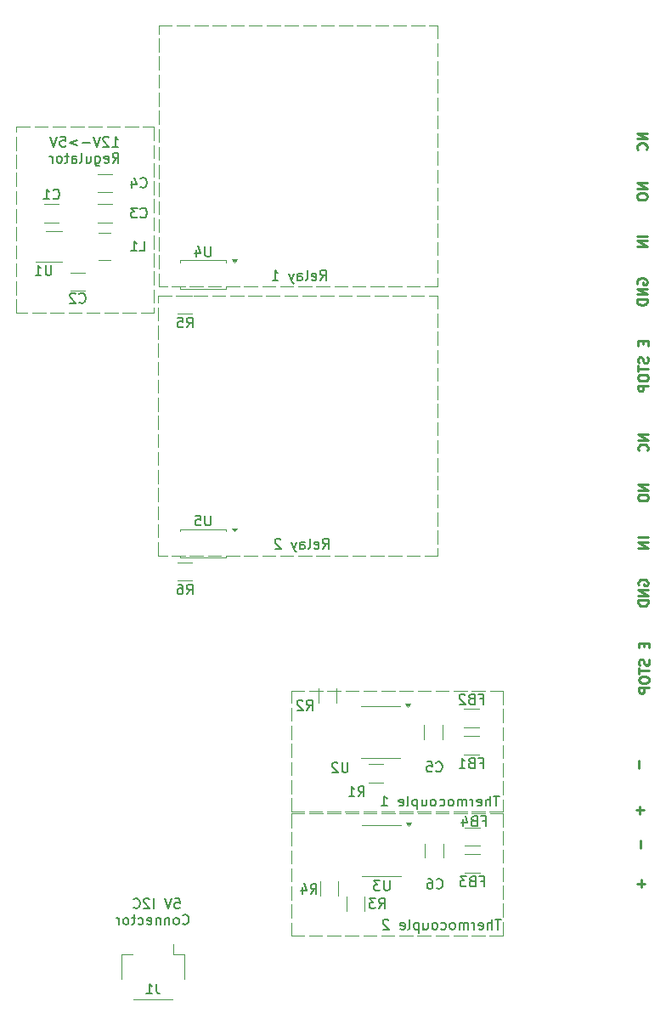
<source format=gbr>
%TF.GenerationSoftware,KiCad,Pcbnew,8.0.5*%
%TF.CreationDate,2024-09-29T22:12:38-04:00*%
%TF.ProjectId,BREAD_Slice,42524541-445f-4536-9c69-63652e6b6963,rev?*%
%TF.SameCoordinates,PX74eba40PY8552dc0*%
%TF.FileFunction,Legend,Bot*%
%TF.FilePolarity,Positive*%
%FSLAX46Y46*%
G04 Gerber Fmt 4.6, Leading zero omitted, Abs format (unit mm)*
G04 Created by KiCad (PCBNEW 8.0.5) date 2024-09-29 22:12:38*
%MOMM*%
%LPD*%
G01*
G04 APERTURE LIST*
%ADD10C,0.120000*%
%ADD11C,0.250000*%
%ADD12C,0.150000*%
G04 APERTURE END LIST*
D10*
X20550000Y97750000D02*
X21870000Y97750000D01*
X22350000Y97750000D02*
X23670000Y97750000D01*
X24150000Y97750000D02*
X25470000Y97750000D01*
X25950000Y97750000D02*
X27270000Y97750000D01*
X27750000Y97750000D02*
X29070000Y97750000D01*
X29550000Y97750000D02*
X30870000Y97750000D01*
X31350000Y97750000D02*
X32670000Y97750000D01*
X33150000Y97750000D02*
X34470000Y97750000D01*
X34950000Y97750000D02*
X36270000Y97750000D01*
X36750000Y97750000D02*
X38070000Y97750000D01*
X38550000Y97750000D02*
X39870000Y97750000D01*
X40350000Y97750000D02*
X41670000Y97750000D01*
X42150000Y97750000D02*
X43470000Y97750000D01*
X43950000Y97750000D02*
X45270000Y97750000D01*
X45750000Y97750000D02*
X47070000Y97750000D01*
X47550000Y97750000D02*
X48400000Y97750000D01*
X48400000Y97750000D02*
X48400000Y96430000D01*
X48400000Y95950000D02*
X48400000Y94630000D01*
X48400000Y94150000D02*
X48400000Y92830000D01*
X48400000Y92350000D02*
X48400000Y91030000D01*
X48400000Y90550000D02*
X48400000Y89230000D01*
X48400000Y88750000D02*
X48400000Y87430000D01*
X48400000Y86950000D02*
X48400000Y85630000D01*
X48400000Y85150000D02*
X48400000Y83830000D01*
X48400000Y83350000D02*
X48400000Y82030000D01*
X48400000Y81550000D02*
X48400000Y80230000D01*
X48400000Y79750000D02*
X48400000Y78430000D01*
X48400000Y77950000D02*
X48400000Y76630000D01*
X48400000Y76150000D02*
X48400000Y74830000D01*
X48400000Y74350000D02*
X48400000Y73030000D01*
X48400000Y72550000D02*
X48400000Y71700000D01*
X48400000Y71700000D02*
X47080000Y71700000D01*
X46600000Y71700000D02*
X45280000Y71700000D01*
X44800000Y71700000D02*
X43480000Y71700000D01*
X43000000Y71700000D02*
X41680000Y71700000D01*
X41200000Y71700000D02*
X39880000Y71700000D01*
X39400000Y71700000D02*
X38080000Y71700000D01*
X37600000Y71700000D02*
X36280000Y71700000D01*
X35800000Y71700000D02*
X34480000Y71700000D01*
X34000000Y71700000D02*
X32680000Y71700000D01*
X32200000Y71700000D02*
X30880000Y71700000D01*
X30400000Y71700000D02*
X29080000Y71700000D01*
X28600000Y71700000D02*
X27280000Y71700000D01*
X26800000Y71700000D02*
X25480000Y71700000D01*
X25000000Y71700000D02*
X23680000Y71700000D01*
X23200000Y71700000D02*
X21880000Y71700000D01*
X21400000Y71700000D02*
X20550000Y71700000D01*
X20550000Y71700000D02*
X20550000Y73020000D01*
X20550000Y73500000D02*
X20550000Y74820000D01*
X20550000Y75300000D02*
X20550000Y76620000D01*
X20550000Y77100000D02*
X20550000Y78420000D01*
X20550000Y78900000D02*
X20550000Y80220000D01*
X20550000Y80700000D02*
X20550000Y82020000D01*
X20550000Y82500000D02*
X20550000Y83820000D01*
X20550000Y84300000D02*
X20550000Y85620000D01*
X20550000Y86100000D02*
X20550000Y87420000D01*
X20550000Y87900000D02*
X20550000Y89220000D01*
X20550000Y89700000D02*
X20550000Y91020000D01*
X20550000Y91500000D02*
X20550000Y92820000D01*
X20550000Y93300000D02*
X20550000Y94620000D01*
X20550000Y95100000D02*
X20550000Y96420000D01*
X20550000Y96900000D02*
X20550000Y97750000D01*
X33783810Y31410000D02*
X35103810Y31410000D01*
X35583810Y31410000D02*
X36903810Y31410000D01*
X37383810Y31410000D02*
X38703810Y31410000D01*
X39183810Y31410000D02*
X40503810Y31410000D01*
X40983810Y31410000D02*
X42303810Y31410000D01*
X42783810Y31410000D02*
X44103810Y31410000D01*
X44583810Y31410000D02*
X45903810Y31410000D01*
X46383810Y31410000D02*
X47703810Y31410000D01*
X48183810Y31410000D02*
X49503810Y31410000D01*
X49983810Y31410000D02*
X51303810Y31410000D01*
X51783810Y31410000D02*
X53103810Y31410000D01*
X53583810Y31410000D02*
X54883810Y31410000D01*
X54883810Y31410000D02*
X54883810Y30090000D01*
X54883810Y29610000D02*
X54883810Y28290000D01*
X54883810Y27810000D02*
X54883810Y26490000D01*
X54883810Y26010000D02*
X54883810Y24690000D01*
X54883810Y24210000D02*
X54883810Y22890000D01*
X54883810Y22410000D02*
X54883810Y21090000D01*
X54883810Y20610000D02*
X54883810Y19410000D01*
X54883810Y19410000D02*
X53563810Y19410000D01*
X53083810Y19410000D02*
X51763810Y19410000D01*
X51283810Y19410000D02*
X49963810Y19410000D01*
X49483810Y19410000D02*
X48163810Y19410000D01*
X47683810Y19410000D02*
X46363810Y19410000D01*
X45883810Y19410000D02*
X44563810Y19410000D01*
X44083810Y19410000D02*
X42763810Y19410000D01*
X42283810Y19410000D02*
X40963810Y19410000D01*
X40483810Y19410000D02*
X39163810Y19410000D01*
X38683810Y19410000D02*
X37363810Y19410000D01*
X36883810Y19410000D02*
X35563810Y19410000D01*
X35083810Y19410000D02*
X33783810Y19410000D01*
X33783810Y19410000D02*
X33783810Y20730000D01*
X33783810Y21210000D02*
X33783810Y22530000D01*
X33783810Y23010000D02*
X33783810Y24330000D01*
X33783810Y24810000D02*
X33783810Y26130000D01*
X33783810Y26610000D02*
X33783810Y27930000D01*
X33783810Y28410000D02*
X33783810Y29730000D01*
X33783810Y30210000D02*
X33783810Y31410000D01*
X33783810Y19210000D02*
X35103810Y19210000D01*
X35583810Y19210000D02*
X36903810Y19210000D01*
X37383810Y19210000D02*
X38703810Y19210000D01*
X39183810Y19210000D02*
X40503810Y19210000D01*
X40983810Y19210000D02*
X42303810Y19210000D01*
X42783810Y19210000D02*
X44103810Y19210000D01*
X44583810Y19210000D02*
X45903810Y19210000D01*
X46383810Y19210000D02*
X47703810Y19210000D01*
X48183810Y19210000D02*
X49503810Y19210000D01*
X49983810Y19210000D02*
X51303810Y19210000D01*
X51783810Y19210000D02*
X53103810Y19210000D01*
X53583810Y19210000D02*
X54883810Y19210000D01*
X54883810Y19210000D02*
X54883810Y17890000D01*
X54883810Y17410000D02*
X54883810Y16090000D01*
X54883810Y15610000D02*
X54883810Y14290000D01*
X54883810Y13810000D02*
X54883810Y12490000D01*
X54883810Y12010000D02*
X54883810Y10690000D01*
X54883810Y10210000D02*
X54883810Y8890000D01*
X54883810Y8410000D02*
X54883810Y7090000D01*
X54883810Y7010000D02*
X53563810Y7010000D01*
X53083810Y7010000D02*
X51763810Y7010000D01*
X51283810Y7010000D02*
X49963810Y7010000D01*
X49483810Y7010000D02*
X48163810Y7010000D01*
X47683810Y7010000D02*
X46363810Y7010000D01*
X45883810Y7010000D02*
X44563810Y7010000D01*
X44083810Y7010000D02*
X42763810Y7010000D01*
X42283810Y7010000D02*
X40963810Y7010000D01*
X40483810Y7010000D02*
X39163810Y7010000D01*
X38683810Y7010000D02*
X37363810Y7010000D01*
X36883810Y7010000D02*
X35563810Y7010000D01*
X35083810Y7010000D02*
X33783810Y7010000D01*
X33783810Y7010000D02*
X33783810Y8330000D01*
X33783810Y8810000D02*
X33783810Y10130000D01*
X33783810Y10610000D02*
X33783810Y11930000D01*
X33783810Y12410000D02*
X33783810Y13730000D01*
X33783810Y14210000D02*
X33783810Y15530000D01*
X33783810Y16010000D02*
X33783810Y17330000D01*
X33783810Y17810000D02*
X33783810Y19130000D01*
X20500000Y70800000D02*
X21820000Y70800000D01*
X22300000Y70800000D02*
X23620000Y70800000D01*
X24100000Y70800000D02*
X25420000Y70800000D01*
X25900000Y70800000D02*
X27220000Y70800000D01*
X27700000Y70800000D02*
X29020000Y70800000D01*
X29500000Y70800000D02*
X30820000Y70800000D01*
X31300000Y70800000D02*
X32620000Y70800000D01*
X33100000Y70800000D02*
X34420000Y70800000D01*
X34900000Y70800000D02*
X36220000Y70800000D01*
X36700000Y70800000D02*
X38020000Y70800000D01*
X38500000Y70800000D02*
X39820000Y70800000D01*
X40300000Y70800000D02*
X41620000Y70800000D01*
X42100000Y70800000D02*
X43420000Y70800000D01*
X43900000Y70800000D02*
X45220000Y70800000D01*
X45700000Y70800000D02*
X47020000Y70800000D01*
X47500000Y70800000D02*
X48400000Y70800000D01*
X48400000Y70800000D02*
X48400000Y69480000D01*
X48400000Y69000000D02*
X48400000Y67680000D01*
X48400000Y67200000D02*
X48400000Y65880000D01*
X48400000Y65400000D02*
X48400000Y64080000D01*
X48400000Y63600000D02*
X48400000Y62280000D01*
X48400000Y61800000D02*
X48400000Y60480000D01*
X48400000Y60000000D02*
X48400000Y58680000D01*
X48400000Y58200000D02*
X48400000Y56880000D01*
X48400000Y56400000D02*
X48400000Y55080000D01*
X48400000Y54600000D02*
X48400000Y53280000D01*
X48400000Y52800000D02*
X48400000Y51480000D01*
X48400000Y51000000D02*
X48400000Y49680000D01*
X48400000Y49200000D02*
X48400000Y47880000D01*
X48400000Y47400000D02*
X48400000Y46080000D01*
X48400000Y45600000D02*
X48400000Y44900000D01*
X48400000Y44900000D02*
X47080000Y44900000D01*
X46600000Y44900000D02*
X45280000Y44900000D01*
X44800000Y44900000D02*
X43480000Y44900000D01*
X43000000Y44900000D02*
X41680000Y44900000D01*
X41200000Y44900000D02*
X39880000Y44900000D01*
X39400000Y44900000D02*
X38080000Y44900000D01*
X37600000Y44900000D02*
X36280000Y44900000D01*
X35800000Y44900000D02*
X34480000Y44900000D01*
X34000000Y44900000D02*
X32680000Y44900000D01*
X32200000Y44900000D02*
X30880000Y44900000D01*
X30400000Y44900000D02*
X29080000Y44900000D01*
X28600000Y44900000D02*
X27280000Y44900000D01*
X26800000Y44900000D02*
X25480000Y44900000D01*
X25000000Y44900000D02*
X23680000Y44900000D01*
X23200000Y44900000D02*
X21880000Y44900000D01*
X21400000Y44900000D02*
X20500000Y44900000D01*
X20500000Y44900000D02*
X20500000Y46220000D01*
X20500000Y46700000D02*
X20500000Y48020000D01*
X20500000Y48500000D02*
X20500000Y49820000D01*
X20500000Y50300000D02*
X20500000Y51620000D01*
X20500000Y52100000D02*
X20500000Y53420000D01*
X20500000Y53900000D02*
X20500000Y55220000D01*
X20500000Y55700000D02*
X20500000Y57020000D01*
X20500000Y57500000D02*
X20500000Y58820000D01*
X20500000Y59300000D02*
X20500000Y60620000D01*
X20500000Y61100000D02*
X20500000Y62420000D01*
X20500000Y62900000D02*
X20500000Y64220000D01*
X20500000Y64700000D02*
X20500000Y66020000D01*
X20500000Y66500000D02*
X20500000Y67820000D01*
X20500000Y68300000D02*
X20500000Y69620000D01*
X20500000Y70100000D02*
X20500000Y70800000D01*
X6400000Y87600000D02*
X7720000Y87600000D01*
X8200000Y87600000D02*
X9520000Y87600000D01*
X10000000Y87600000D02*
X11320000Y87600000D01*
X11800000Y87600000D02*
X13120000Y87600000D01*
X13600000Y87600000D02*
X14920000Y87600000D01*
X15400000Y87600000D02*
X16720000Y87600000D01*
X17200000Y87600000D02*
X18520000Y87600000D01*
X19000000Y87600000D02*
X20100000Y87600000D01*
X20100000Y87600000D02*
X20100000Y86280000D01*
X20100000Y85800000D02*
X20100000Y84480000D01*
X20100000Y84000000D02*
X20100000Y82680000D01*
X20100000Y82200000D02*
X20100000Y80880000D01*
X20100000Y80400000D02*
X20100000Y79080000D01*
X20100000Y78600000D02*
X20100000Y77280000D01*
X20100000Y76800000D02*
X20100000Y75480000D01*
X20100000Y75000000D02*
X20100000Y73680000D01*
X20100000Y73200000D02*
X20100000Y71880000D01*
X20100000Y71400000D02*
X20100000Y70080000D01*
X20100000Y69600000D02*
X20100000Y69100000D01*
X20100000Y69100000D02*
X18780000Y69100000D01*
X18300000Y69100000D02*
X16980000Y69100000D01*
X16500000Y69100000D02*
X15180000Y69100000D01*
X14700000Y69100000D02*
X13380000Y69100000D01*
X12900000Y69100000D02*
X11580000Y69100000D01*
X11100000Y69100000D02*
X9780000Y69100000D01*
X9300000Y69100000D02*
X7980000Y69100000D01*
X7500000Y69100000D02*
X6400000Y69100000D01*
X6400000Y69100000D02*
X6400000Y70420000D01*
X6400000Y70900000D02*
X6400000Y72220000D01*
X6400000Y72700000D02*
X6400000Y74020000D01*
X6400000Y74500000D02*
X6400000Y75820000D01*
X6400000Y76300000D02*
X6400000Y77620000D01*
X6400000Y78100000D02*
X6400000Y79420000D01*
X6400000Y79900000D02*
X6400000Y81220000D01*
X6400000Y81700000D02*
X6400000Y83020000D01*
X6400000Y83500000D02*
X6400000Y84820000D01*
X6400000Y85300000D02*
X6400000Y86620000D01*
X6400000Y87100000D02*
X6400000Y87600000D01*
D11*
X68681333Y11819049D02*
X68681333Y12580953D01*
X68300380Y12200001D02*
X69062285Y12200001D01*
X69349619Y52009526D02*
X68349619Y52009526D01*
X68349619Y52009526D02*
X69349619Y51438098D01*
X69349619Y51438098D02*
X68349619Y51438098D01*
X68349619Y50771431D02*
X68349619Y50580955D01*
X68349619Y50580955D02*
X68397238Y50485717D01*
X68397238Y50485717D02*
X68492476Y50390479D01*
X68492476Y50390479D02*
X68682952Y50342860D01*
X68682952Y50342860D02*
X69016285Y50342860D01*
X69016285Y50342860D02*
X69206761Y50390479D01*
X69206761Y50390479D02*
X69302000Y50485717D01*
X69302000Y50485717D02*
X69349619Y50580955D01*
X69349619Y50580955D02*
X69349619Y50771431D01*
X69349619Y50771431D02*
X69302000Y50866669D01*
X69302000Y50866669D02*
X69206761Y50961907D01*
X69206761Y50961907D02*
X69016285Y51009526D01*
X69016285Y51009526D02*
X68682952Y51009526D01*
X68682952Y51009526D02*
X68492476Y50961907D01*
X68492476Y50961907D02*
X68397238Y50866669D01*
X68397238Y50866669D02*
X68349619Y50771431D01*
D12*
X36921429Y45595181D02*
X37254762Y46071372D01*
X37492857Y45595181D02*
X37492857Y46595181D01*
X37492857Y46595181D02*
X37111905Y46595181D01*
X37111905Y46595181D02*
X37016667Y46547562D01*
X37016667Y46547562D02*
X36969048Y46499943D01*
X36969048Y46499943D02*
X36921429Y46404705D01*
X36921429Y46404705D02*
X36921429Y46261848D01*
X36921429Y46261848D02*
X36969048Y46166610D01*
X36969048Y46166610D02*
X37016667Y46118991D01*
X37016667Y46118991D02*
X37111905Y46071372D01*
X37111905Y46071372D02*
X37492857Y46071372D01*
X36111905Y45642800D02*
X36207143Y45595181D01*
X36207143Y45595181D02*
X36397619Y45595181D01*
X36397619Y45595181D02*
X36492857Y45642800D01*
X36492857Y45642800D02*
X36540476Y45738039D01*
X36540476Y45738039D02*
X36540476Y46118991D01*
X36540476Y46118991D02*
X36492857Y46214229D01*
X36492857Y46214229D02*
X36397619Y46261848D01*
X36397619Y46261848D02*
X36207143Y46261848D01*
X36207143Y46261848D02*
X36111905Y46214229D01*
X36111905Y46214229D02*
X36064286Y46118991D01*
X36064286Y46118991D02*
X36064286Y46023753D01*
X36064286Y46023753D02*
X36540476Y45928515D01*
X35492857Y45595181D02*
X35588095Y45642800D01*
X35588095Y45642800D02*
X35635714Y45738039D01*
X35635714Y45738039D02*
X35635714Y46595181D01*
X34683333Y45595181D02*
X34683333Y46118991D01*
X34683333Y46118991D02*
X34730952Y46214229D01*
X34730952Y46214229D02*
X34826190Y46261848D01*
X34826190Y46261848D02*
X35016666Y46261848D01*
X35016666Y46261848D02*
X35111904Y46214229D01*
X34683333Y45642800D02*
X34778571Y45595181D01*
X34778571Y45595181D02*
X35016666Y45595181D01*
X35016666Y45595181D02*
X35111904Y45642800D01*
X35111904Y45642800D02*
X35159523Y45738039D01*
X35159523Y45738039D02*
X35159523Y45833277D01*
X35159523Y45833277D02*
X35111904Y45928515D01*
X35111904Y45928515D02*
X35016666Y45976134D01*
X35016666Y45976134D02*
X34778571Y45976134D01*
X34778571Y45976134D02*
X34683333Y46023753D01*
X34302380Y46261848D02*
X34064285Y45595181D01*
X33826190Y46261848D02*
X34064285Y45595181D01*
X34064285Y45595181D02*
X34159523Y45357086D01*
X34159523Y45357086D02*
X34207142Y45309467D01*
X34207142Y45309467D02*
X34302380Y45261848D01*
X32730951Y46499943D02*
X32683332Y46547562D01*
X32683332Y46547562D02*
X32588094Y46595181D01*
X32588094Y46595181D02*
X32349999Y46595181D01*
X32349999Y46595181D02*
X32254761Y46547562D01*
X32254761Y46547562D02*
X32207142Y46499943D01*
X32207142Y46499943D02*
X32159523Y46404705D01*
X32159523Y46404705D02*
X32159523Y46309467D01*
X32159523Y46309467D02*
X32207142Y46166610D01*
X32207142Y46166610D02*
X32778570Y45595181D01*
X32778570Y45595181D02*
X32159523Y45595181D01*
D11*
X69349619Y46723810D02*
X68349619Y46723810D01*
X69349619Y46247620D02*
X68349619Y46247620D01*
X68349619Y46247620D02*
X69349619Y45676192D01*
X69349619Y45676192D02*
X68349619Y45676192D01*
D12*
X54528571Y20945181D02*
X53957143Y20945181D01*
X54242857Y19945181D02*
X54242857Y20945181D01*
X53623809Y19945181D02*
X53623809Y20945181D01*
X53195238Y19945181D02*
X53195238Y20468991D01*
X53195238Y20468991D02*
X53242857Y20564229D01*
X53242857Y20564229D02*
X53338095Y20611848D01*
X53338095Y20611848D02*
X53480952Y20611848D01*
X53480952Y20611848D02*
X53576190Y20564229D01*
X53576190Y20564229D02*
X53623809Y20516610D01*
X52338095Y19992800D02*
X52433333Y19945181D01*
X52433333Y19945181D02*
X52623809Y19945181D01*
X52623809Y19945181D02*
X52719047Y19992800D01*
X52719047Y19992800D02*
X52766666Y20088039D01*
X52766666Y20088039D02*
X52766666Y20468991D01*
X52766666Y20468991D02*
X52719047Y20564229D01*
X52719047Y20564229D02*
X52623809Y20611848D01*
X52623809Y20611848D02*
X52433333Y20611848D01*
X52433333Y20611848D02*
X52338095Y20564229D01*
X52338095Y20564229D02*
X52290476Y20468991D01*
X52290476Y20468991D02*
X52290476Y20373753D01*
X52290476Y20373753D02*
X52766666Y20278515D01*
X51861904Y19945181D02*
X51861904Y20611848D01*
X51861904Y20421372D02*
X51814285Y20516610D01*
X51814285Y20516610D02*
X51766666Y20564229D01*
X51766666Y20564229D02*
X51671428Y20611848D01*
X51671428Y20611848D02*
X51576190Y20611848D01*
X51242856Y19945181D02*
X51242856Y20611848D01*
X51242856Y20516610D02*
X51195237Y20564229D01*
X51195237Y20564229D02*
X51099999Y20611848D01*
X51099999Y20611848D02*
X50957142Y20611848D01*
X50957142Y20611848D02*
X50861904Y20564229D01*
X50861904Y20564229D02*
X50814285Y20468991D01*
X50814285Y20468991D02*
X50814285Y19945181D01*
X50814285Y20468991D02*
X50766666Y20564229D01*
X50766666Y20564229D02*
X50671428Y20611848D01*
X50671428Y20611848D02*
X50528571Y20611848D01*
X50528571Y20611848D02*
X50433332Y20564229D01*
X50433332Y20564229D02*
X50385713Y20468991D01*
X50385713Y20468991D02*
X50385713Y19945181D01*
X49766666Y19945181D02*
X49861904Y19992800D01*
X49861904Y19992800D02*
X49909523Y20040420D01*
X49909523Y20040420D02*
X49957142Y20135658D01*
X49957142Y20135658D02*
X49957142Y20421372D01*
X49957142Y20421372D02*
X49909523Y20516610D01*
X49909523Y20516610D02*
X49861904Y20564229D01*
X49861904Y20564229D02*
X49766666Y20611848D01*
X49766666Y20611848D02*
X49623809Y20611848D01*
X49623809Y20611848D02*
X49528571Y20564229D01*
X49528571Y20564229D02*
X49480952Y20516610D01*
X49480952Y20516610D02*
X49433333Y20421372D01*
X49433333Y20421372D02*
X49433333Y20135658D01*
X49433333Y20135658D02*
X49480952Y20040420D01*
X49480952Y20040420D02*
X49528571Y19992800D01*
X49528571Y19992800D02*
X49623809Y19945181D01*
X49623809Y19945181D02*
X49766666Y19945181D01*
X48576190Y19992800D02*
X48671428Y19945181D01*
X48671428Y19945181D02*
X48861904Y19945181D01*
X48861904Y19945181D02*
X48957142Y19992800D01*
X48957142Y19992800D02*
X49004761Y20040420D01*
X49004761Y20040420D02*
X49052380Y20135658D01*
X49052380Y20135658D02*
X49052380Y20421372D01*
X49052380Y20421372D02*
X49004761Y20516610D01*
X49004761Y20516610D02*
X48957142Y20564229D01*
X48957142Y20564229D02*
X48861904Y20611848D01*
X48861904Y20611848D02*
X48671428Y20611848D01*
X48671428Y20611848D02*
X48576190Y20564229D01*
X48004761Y19945181D02*
X48099999Y19992800D01*
X48099999Y19992800D02*
X48147618Y20040420D01*
X48147618Y20040420D02*
X48195237Y20135658D01*
X48195237Y20135658D02*
X48195237Y20421372D01*
X48195237Y20421372D02*
X48147618Y20516610D01*
X48147618Y20516610D02*
X48099999Y20564229D01*
X48099999Y20564229D02*
X48004761Y20611848D01*
X48004761Y20611848D02*
X47861904Y20611848D01*
X47861904Y20611848D02*
X47766666Y20564229D01*
X47766666Y20564229D02*
X47719047Y20516610D01*
X47719047Y20516610D02*
X47671428Y20421372D01*
X47671428Y20421372D02*
X47671428Y20135658D01*
X47671428Y20135658D02*
X47719047Y20040420D01*
X47719047Y20040420D02*
X47766666Y19992800D01*
X47766666Y19992800D02*
X47861904Y19945181D01*
X47861904Y19945181D02*
X48004761Y19945181D01*
X46814285Y20611848D02*
X46814285Y19945181D01*
X47242856Y20611848D02*
X47242856Y20088039D01*
X47242856Y20088039D02*
X47195237Y19992800D01*
X47195237Y19992800D02*
X47099999Y19945181D01*
X47099999Y19945181D02*
X46957142Y19945181D01*
X46957142Y19945181D02*
X46861904Y19992800D01*
X46861904Y19992800D02*
X46814285Y20040420D01*
X46338094Y20611848D02*
X46338094Y19611848D01*
X46338094Y20564229D02*
X46242856Y20611848D01*
X46242856Y20611848D02*
X46052380Y20611848D01*
X46052380Y20611848D02*
X45957142Y20564229D01*
X45957142Y20564229D02*
X45909523Y20516610D01*
X45909523Y20516610D02*
X45861904Y20421372D01*
X45861904Y20421372D02*
X45861904Y20135658D01*
X45861904Y20135658D02*
X45909523Y20040420D01*
X45909523Y20040420D02*
X45957142Y19992800D01*
X45957142Y19992800D02*
X46052380Y19945181D01*
X46052380Y19945181D02*
X46242856Y19945181D01*
X46242856Y19945181D02*
X46338094Y19992800D01*
X45290475Y19945181D02*
X45385713Y19992800D01*
X45385713Y19992800D02*
X45433332Y20088039D01*
X45433332Y20088039D02*
X45433332Y20945181D01*
X44528570Y19992800D02*
X44623808Y19945181D01*
X44623808Y19945181D02*
X44814284Y19945181D01*
X44814284Y19945181D02*
X44909522Y19992800D01*
X44909522Y19992800D02*
X44957141Y20088039D01*
X44957141Y20088039D02*
X44957141Y20468991D01*
X44957141Y20468991D02*
X44909522Y20564229D01*
X44909522Y20564229D02*
X44814284Y20611848D01*
X44814284Y20611848D02*
X44623808Y20611848D01*
X44623808Y20611848D02*
X44528570Y20564229D01*
X44528570Y20564229D02*
X44480951Y20468991D01*
X44480951Y20468991D02*
X44480951Y20373753D01*
X44480951Y20373753D02*
X44957141Y20278515D01*
X42766665Y19945181D02*
X43338093Y19945181D01*
X43052379Y19945181D02*
X43052379Y20945181D01*
X43052379Y20945181D02*
X43147617Y20802324D01*
X43147617Y20802324D02*
X43242855Y20707086D01*
X43242855Y20707086D02*
X43338093Y20659467D01*
D11*
X68297238Y71961905D02*
X68249619Y72057143D01*
X68249619Y72057143D02*
X68249619Y72200000D01*
X68249619Y72200000D02*
X68297238Y72342857D01*
X68297238Y72342857D02*
X68392476Y72438095D01*
X68392476Y72438095D02*
X68487714Y72485714D01*
X68487714Y72485714D02*
X68678190Y72533333D01*
X68678190Y72533333D02*
X68821047Y72533333D01*
X68821047Y72533333D02*
X69011523Y72485714D01*
X69011523Y72485714D02*
X69106761Y72438095D01*
X69106761Y72438095D02*
X69202000Y72342857D01*
X69202000Y72342857D02*
X69249619Y72200000D01*
X69249619Y72200000D02*
X69249619Y72104762D01*
X69249619Y72104762D02*
X69202000Y71961905D01*
X69202000Y71961905D02*
X69154380Y71914286D01*
X69154380Y71914286D02*
X68821047Y71914286D01*
X68821047Y71914286D02*
X68821047Y72104762D01*
X69249619Y71485714D02*
X68249619Y71485714D01*
X68249619Y71485714D02*
X69249619Y70914286D01*
X69249619Y70914286D02*
X68249619Y70914286D01*
X69249619Y70438095D02*
X68249619Y70438095D01*
X68249619Y70438095D02*
X68249619Y70200000D01*
X68249619Y70200000D02*
X68297238Y70057143D01*
X68297238Y70057143D02*
X68392476Y69961905D01*
X68392476Y69961905D02*
X68487714Y69914286D01*
X68487714Y69914286D02*
X68678190Y69866667D01*
X68678190Y69866667D02*
X68821047Y69866667D01*
X68821047Y69866667D02*
X69011523Y69914286D01*
X69011523Y69914286D02*
X69106761Y69961905D01*
X69106761Y69961905D02*
X69202000Y70057143D01*
X69202000Y70057143D02*
X69249619Y70200000D01*
X69249619Y70200000D02*
X69249619Y70438095D01*
D12*
X36671429Y72345181D02*
X37004762Y72821372D01*
X37242857Y72345181D02*
X37242857Y73345181D01*
X37242857Y73345181D02*
X36861905Y73345181D01*
X36861905Y73345181D02*
X36766667Y73297562D01*
X36766667Y73297562D02*
X36719048Y73249943D01*
X36719048Y73249943D02*
X36671429Y73154705D01*
X36671429Y73154705D02*
X36671429Y73011848D01*
X36671429Y73011848D02*
X36719048Y72916610D01*
X36719048Y72916610D02*
X36766667Y72868991D01*
X36766667Y72868991D02*
X36861905Y72821372D01*
X36861905Y72821372D02*
X37242857Y72821372D01*
X35861905Y72392800D02*
X35957143Y72345181D01*
X35957143Y72345181D02*
X36147619Y72345181D01*
X36147619Y72345181D02*
X36242857Y72392800D01*
X36242857Y72392800D02*
X36290476Y72488039D01*
X36290476Y72488039D02*
X36290476Y72868991D01*
X36290476Y72868991D02*
X36242857Y72964229D01*
X36242857Y72964229D02*
X36147619Y73011848D01*
X36147619Y73011848D02*
X35957143Y73011848D01*
X35957143Y73011848D02*
X35861905Y72964229D01*
X35861905Y72964229D02*
X35814286Y72868991D01*
X35814286Y72868991D02*
X35814286Y72773753D01*
X35814286Y72773753D02*
X36290476Y72678515D01*
X35242857Y72345181D02*
X35338095Y72392800D01*
X35338095Y72392800D02*
X35385714Y72488039D01*
X35385714Y72488039D02*
X35385714Y73345181D01*
X34433333Y72345181D02*
X34433333Y72868991D01*
X34433333Y72868991D02*
X34480952Y72964229D01*
X34480952Y72964229D02*
X34576190Y73011848D01*
X34576190Y73011848D02*
X34766666Y73011848D01*
X34766666Y73011848D02*
X34861904Y72964229D01*
X34433333Y72392800D02*
X34528571Y72345181D01*
X34528571Y72345181D02*
X34766666Y72345181D01*
X34766666Y72345181D02*
X34861904Y72392800D01*
X34861904Y72392800D02*
X34909523Y72488039D01*
X34909523Y72488039D02*
X34909523Y72583277D01*
X34909523Y72583277D02*
X34861904Y72678515D01*
X34861904Y72678515D02*
X34766666Y72726134D01*
X34766666Y72726134D02*
X34528571Y72726134D01*
X34528571Y72726134D02*
X34433333Y72773753D01*
X34052380Y73011848D02*
X33814285Y72345181D01*
X33576190Y73011848D02*
X33814285Y72345181D01*
X33814285Y72345181D02*
X33909523Y72107086D01*
X33909523Y72107086D02*
X33957142Y72059467D01*
X33957142Y72059467D02*
X34052380Y72011848D01*
X31909523Y72345181D02*
X32480951Y72345181D01*
X32195237Y72345181D02*
X32195237Y73345181D01*
X32195237Y73345181D02*
X32290475Y73202324D01*
X32290475Y73202324D02*
X32385713Y73107086D01*
X32385713Y73107086D02*
X32480951Y73059467D01*
D11*
X68531333Y19169049D02*
X68531333Y19930953D01*
X68150380Y19550001D02*
X68912285Y19550001D01*
D12*
X22176666Y10740125D02*
X22652856Y10740125D01*
X22652856Y10740125D02*
X22700475Y10263935D01*
X22700475Y10263935D02*
X22652856Y10311554D01*
X22652856Y10311554D02*
X22557618Y10359173D01*
X22557618Y10359173D02*
X22319523Y10359173D01*
X22319523Y10359173D02*
X22224285Y10311554D01*
X22224285Y10311554D02*
X22176666Y10263935D01*
X22176666Y10263935D02*
X22129047Y10168697D01*
X22129047Y10168697D02*
X22129047Y9930602D01*
X22129047Y9930602D02*
X22176666Y9835364D01*
X22176666Y9835364D02*
X22224285Y9787744D01*
X22224285Y9787744D02*
X22319523Y9740125D01*
X22319523Y9740125D02*
X22557618Y9740125D01*
X22557618Y9740125D02*
X22652856Y9787744D01*
X22652856Y9787744D02*
X22700475Y9835364D01*
X21843332Y10740125D02*
X21509999Y9740125D01*
X21509999Y9740125D02*
X21176666Y10740125D01*
X20081427Y9740125D02*
X20081427Y10740125D01*
X19652856Y10644887D02*
X19605237Y10692506D01*
X19605237Y10692506D02*
X19509999Y10740125D01*
X19509999Y10740125D02*
X19271904Y10740125D01*
X19271904Y10740125D02*
X19176666Y10692506D01*
X19176666Y10692506D02*
X19129047Y10644887D01*
X19129047Y10644887D02*
X19081428Y10549649D01*
X19081428Y10549649D02*
X19081428Y10454411D01*
X19081428Y10454411D02*
X19129047Y10311554D01*
X19129047Y10311554D02*
X19700475Y9740125D01*
X19700475Y9740125D02*
X19081428Y9740125D01*
X18081428Y9835364D02*
X18129047Y9787744D01*
X18129047Y9787744D02*
X18271904Y9740125D01*
X18271904Y9740125D02*
X18367142Y9740125D01*
X18367142Y9740125D02*
X18509999Y9787744D01*
X18509999Y9787744D02*
X18605237Y9882983D01*
X18605237Y9882983D02*
X18652856Y9978221D01*
X18652856Y9978221D02*
X18700475Y10168697D01*
X18700475Y10168697D02*
X18700475Y10311554D01*
X18700475Y10311554D02*
X18652856Y10502030D01*
X18652856Y10502030D02*
X18605237Y10597268D01*
X18605237Y10597268D02*
X18509999Y10692506D01*
X18509999Y10692506D02*
X18367142Y10740125D01*
X18367142Y10740125D02*
X18271904Y10740125D01*
X18271904Y10740125D02*
X18129047Y10692506D01*
X18129047Y10692506D02*
X18081428Y10644887D01*
X22962381Y8225420D02*
X23010000Y8177800D01*
X23010000Y8177800D02*
X23152857Y8130181D01*
X23152857Y8130181D02*
X23248095Y8130181D01*
X23248095Y8130181D02*
X23390952Y8177800D01*
X23390952Y8177800D02*
X23486190Y8273039D01*
X23486190Y8273039D02*
X23533809Y8368277D01*
X23533809Y8368277D02*
X23581428Y8558753D01*
X23581428Y8558753D02*
X23581428Y8701610D01*
X23581428Y8701610D02*
X23533809Y8892086D01*
X23533809Y8892086D02*
X23486190Y8987324D01*
X23486190Y8987324D02*
X23390952Y9082562D01*
X23390952Y9082562D02*
X23248095Y9130181D01*
X23248095Y9130181D02*
X23152857Y9130181D01*
X23152857Y9130181D02*
X23010000Y9082562D01*
X23010000Y9082562D02*
X22962381Y9034943D01*
X22390952Y8130181D02*
X22486190Y8177800D01*
X22486190Y8177800D02*
X22533809Y8225420D01*
X22533809Y8225420D02*
X22581428Y8320658D01*
X22581428Y8320658D02*
X22581428Y8606372D01*
X22581428Y8606372D02*
X22533809Y8701610D01*
X22533809Y8701610D02*
X22486190Y8749229D01*
X22486190Y8749229D02*
X22390952Y8796848D01*
X22390952Y8796848D02*
X22248095Y8796848D01*
X22248095Y8796848D02*
X22152857Y8749229D01*
X22152857Y8749229D02*
X22105238Y8701610D01*
X22105238Y8701610D02*
X22057619Y8606372D01*
X22057619Y8606372D02*
X22057619Y8320658D01*
X22057619Y8320658D02*
X22105238Y8225420D01*
X22105238Y8225420D02*
X22152857Y8177800D01*
X22152857Y8177800D02*
X22248095Y8130181D01*
X22248095Y8130181D02*
X22390952Y8130181D01*
X21629047Y8796848D02*
X21629047Y8130181D01*
X21629047Y8701610D02*
X21581428Y8749229D01*
X21581428Y8749229D02*
X21486190Y8796848D01*
X21486190Y8796848D02*
X21343333Y8796848D01*
X21343333Y8796848D02*
X21248095Y8749229D01*
X21248095Y8749229D02*
X21200476Y8653991D01*
X21200476Y8653991D02*
X21200476Y8130181D01*
X20724285Y8796848D02*
X20724285Y8130181D01*
X20724285Y8701610D02*
X20676666Y8749229D01*
X20676666Y8749229D02*
X20581428Y8796848D01*
X20581428Y8796848D02*
X20438571Y8796848D01*
X20438571Y8796848D02*
X20343333Y8749229D01*
X20343333Y8749229D02*
X20295714Y8653991D01*
X20295714Y8653991D02*
X20295714Y8130181D01*
X19438571Y8177800D02*
X19533809Y8130181D01*
X19533809Y8130181D02*
X19724285Y8130181D01*
X19724285Y8130181D02*
X19819523Y8177800D01*
X19819523Y8177800D02*
X19867142Y8273039D01*
X19867142Y8273039D02*
X19867142Y8653991D01*
X19867142Y8653991D02*
X19819523Y8749229D01*
X19819523Y8749229D02*
X19724285Y8796848D01*
X19724285Y8796848D02*
X19533809Y8796848D01*
X19533809Y8796848D02*
X19438571Y8749229D01*
X19438571Y8749229D02*
X19390952Y8653991D01*
X19390952Y8653991D02*
X19390952Y8558753D01*
X19390952Y8558753D02*
X19867142Y8463515D01*
X18533809Y8177800D02*
X18629047Y8130181D01*
X18629047Y8130181D02*
X18819523Y8130181D01*
X18819523Y8130181D02*
X18914761Y8177800D01*
X18914761Y8177800D02*
X18962380Y8225420D01*
X18962380Y8225420D02*
X19009999Y8320658D01*
X19009999Y8320658D02*
X19009999Y8606372D01*
X19009999Y8606372D02*
X18962380Y8701610D01*
X18962380Y8701610D02*
X18914761Y8749229D01*
X18914761Y8749229D02*
X18819523Y8796848D01*
X18819523Y8796848D02*
X18629047Y8796848D01*
X18629047Y8796848D02*
X18533809Y8749229D01*
X18248094Y8796848D02*
X17867142Y8796848D01*
X18105237Y9130181D02*
X18105237Y8273039D01*
X18105237Y8273039D02*
X18057618Y8177800D01*
X18057618Y8177800D02*
X17962380Y8130181D01*
X17962380Y8130181D02*
X17867142Y8130181D01*
X17390951Y8130181D02*
X17486189Y8177800D01*
X17486189Y8177800D02*
X17533808Y8225420D01*
X17533808Y8225420D02*
X17581427Y8320658D01*
X17581427Y8320658D02*
X17581427Y8606372D01*
X17581427Y8606372D02*
X17533808Y8701610D01*
X17533808Y8701610D02*
X17486189Y8749229D01*
X17486189Y8749229D02*
X17390951Y8796848D01*
X17390951Y8796848D02*
X17248094Y8796848D01*
X17248094Y8796848D02*
X17152856Y8749229D01*
X17152856Y8749229D02*
X17105237Y8701610D01*
X17105237Y8701610D02*
X17057618Y8606372D01*
X17057618Y8606372D02*
X17057618Y8320658D01*
X17057618Y8320658D02*
X17105237Y8225420D01*
X17105237Y8225420D02*
X17152856Y8177800D01*
X17152856Y8177800D02*
X17248094Y8130181D01*
X17248094Y8130181D02*
X17390951Y8130181D01*
X16629046Y8130181D02*
X16629046Y8796848D01*
X16629046Y8606372D02*
X16581427Y8701610D01*
X16581427Y8701610D02*
X16533808Y8749229D01*
X16533808Y8749229D02*
X16438570Y8796848D01*
X16438570Y8796848D02*
X16343332Y8796848D01*
X54678571Y8645181D02*
X54107143Y8645181D01*
X54392857Y7645181D02*
X54392857Y8645181D01*
X53773809Y7645181D02*
X53773809Y8645181D01*
X53345238Y7645181D02*
X53345238Y8168991D01*
X53345238Y8168991D02*
X53392857Y8264229D01*
X53392857Y8264229D02*
X53488095Y8311848D01*
X53488095Y8311848D02*
X53630952Y8311848D01*
X53630952Y8311848D02*
X53726190Y8264229D01*
X53726190Y8264229D02*
X53773809Y8216610D01*
X52488095Y7692800D02*
X52583333Y7645181D01*
X52583333Y7645181D02*
X52773809Y7645181D01*
X52773809Y7645181D02*
X52869047Y7692800D01*
X52869047Y7692800D02*
X52916666Y7788039D01*
X52916666Y7788039D02*
X52916666Y8168991D01*
X52916666Y8168991D02*
X52869047Y8264229D01*
X52869047Y8264229D02*
X52773809Y8311848D01*
X52773809Y8311848D02*
X52583333Y8311848D01*
X52583333Y8311848D02*
X52488095Y8264229D01*
X52488095Y8264229D02*
X52440476Y8168991D01*
X52440476Y8168991D02*
X52440476Y8073753D01*
X52440476Y8073753D02*
X52916666Y7978515D01*
X52011904Y7645181D02*
X52011904Y8311848D01*
X52011904Y8121372D02*
X51964285Y8216610D01*
X51964285Y8216610D02*
X51916666Y8264229D01*
X51916666Y8264229D02*
X51821428Y8311848D01*
X51821428Y8311848D02*
X51726190Y8311848D01*
X51392856Y7645181D02*
X51392856Y8311848D01*
X51392856Y8216610D02*
X51345237Y8264229D01*
X51345237Y8264229D02*
X51249999Y8311848D01*
X51249999Y8311848D02*
X51107142Y8311848D01*
X51107142Y8311848D02*
X51011904Y8264229D01*
X51011904Y8264229D02*
X50964285Y8168991D01*
X50964285Y8168991D02*
X50964285Y7645181D01*
X50964285Y8168991D02*
X50916666Y8264229D01*
X50916666Y8264229D02*
X50821428Y8311848D01*
X50821428Y8311848D02*
X50678571Y8311848D01*
X50678571Y8311848D02*
X50583332Y8264229D01*
X50583332Y8264229D02*
X50535713Y8168991D01*
X50535713Y8168991D02*
X50535713Y7645181D01*
X49916666Y7645181D02*
X50011904Y7692800D01*
X50011904Y7692800D02*
X50059523Y7740420D01*
X50059523Y7740420D02*
X50107142Y7835658D01*
X50107142Y7835658D02*
X50107142Y8121372D01*
X50107142Y8121372D02*
X50059523Y8216610D01*
X50059523Y8216610D02*
X50011904Y8264229D01*
X50011904Y8264229D02*
X49916666Y8311848D01*
X49916666Y8311848D02*
X49773809Y8311848D01*
X49773809Y8311848D02*
X49678571Y8264229D01*
X49678571Y8264229D02*
X49630952Y8216610D01*
X49630952Y8216610D02*
X49583333Y8121372D01*
X49583333Y8121372D02*
X49583333Y7835658D01*
X49583333Y7835658D02*
X49630952Y7740420D01*
X49630952Y7740420D02*
X49678571Y7692800D01*
X49678571Y7692800D02*
X49773809Y7645181D01*
X49773809Y7645181D02*
X49916666Y7645181D01*
X48726190Y7692800D02*
X48821428Y7645181D01*
X48821428Y7645181D02*
X49011904Y7645181D01*
X49011904Y7645181D02*
X49107142Y7692800D01*
X49107142Y7692800D02*
X49154761Y7740420D01*
X49154761Y7740420D02*
X49202380Y7835658D01*
X49202380Y7835658D02*
X49202380Y8121372D01*
X49202380Y8121372D02*
X49154761Y8216610D01*
X49154761Y8216610D02*
X49107142Y8264229D01*
X49107142Y8264229D02*
X49011904Y8311848D01*
X49011904Y8311848D02*
X48821428Y8311848D01*
X48821428Y8311848D02*
X48726190Y8264229D01*
X48154761Y7645181D02*
X48249999Y7692800D01*
X48249999Y7692800D02*
X48297618Y7740420D01*
X48297618Y7740420D02*
X48345237Y7835658D01*
X48345237Y7835658D02*
X48345237Y8121372D01*
X48345237Y8121372D02*
X48297618Y8216610D01*
X48297618Y8216610D02*
X48249999Y8264229D01*
X48249999Y8264229D02*
X48154761Y8311848D01*
X48154761Y8311848D02*
X48011904Y8311848D01*
X48011904Y8311848D02*
X47916666Y8264229D01*
X47916666Y8264229D02*
X47869047Y8216610D01*
X47869047Y8216610D02*
X47821428Y8121372D01*
X47821428Y8121372D02*
X47821428Y7835658D01*
X47821428Y7835658D02*
X47869047Y7740420D01*
X47869047Y7740420D02*
X47916666Y7692800D01*
X47916666Y7692800D02*
X48011904Y7645181D01*
X48011904Y7645181D02*
X48154761Y7645181D01*
X46964285Y8311848D02*
X46964285Y7645181D01*
X47392856Y8311848D02*
X47392856Y7788039D01*
X47392856Y7788039D02*
X47345237Y7692800D01*
X47345237Y7692800D02*
X47249999Y7645181D01*
X47249999Y7645181D02*
X47107142Y7645181D01*
X47107142Y7645181D02*
X47011904Y7692800D01*
X47011904Y7692800D02*
X46964285Y7740420D01*
X46488094Y8311848D02*
X46488094Y7311848D01*
X46488094Y8264229D02*
X46392856Y8311848D01*
X46392856Y8311848D02*
X46202380Y8311848D01*
X46202380Y8311848D02*
X46107142Y8264229D01*
X46107142Y8264229D02*
X46059523Y8216610D01*
X46059523Y8216610D02*
X46011904Y8121372D01*
X46011904Y8121372D02*
X46011904Y7835658D01*
X46011904Y7835658D02*
X46059523Y7740420D01*
X46059523Y7740420D02*
X46107142Y7692800D01*
X46107142Y7692800D02*
X46202380Y7645181D01*
X46202380Y7645181D02*
X46392856Y7645181D01*
X46392856Y7645181D02*
X46488094Y7692800D01*
X45440475Y7645181D02*
X45535713Y7692800D01*
X45535713Y7692800D02*
X45583332Y7788039D01*
X45583332Y7788039D02*
X45583332Y8645181D01*
X44678570Y7692800D02*
X44773808Y7645181D01*
X44773808Y7645181D02*
X44964284Y7645181D01*
X44964284Y7645181D02*
X45059522Y7692800D01*
X45059522Y7692800D02*
X45107141Y7788039D01*
X45107141Y7788039D02*
X45107141Y8168991D01*
X45107141Y8168991D02*
X45059522Y8264229D01*
X45059522Y8264229D02*
X44964284Y8311848D01*
X44964284Y8311848D02*
X44773808Y8311848D01*
X44773808Y8311848D02*
X44678570Y8264229D01*
X44678570Y8264229D02*
X44630951Y8168991D01*
X44630951Y8168991D02*
X44630951Y8073753D01*
X44630951Y8073753D02*
X45107141Y7978515D01*
X43488093Y8549943D02*
X43440474Y8597562D01*
X43440474Y8597562D02*
X43345236Y8645181D01*
X43345236Y8645181D02*
X43107141Y8645181D01*
X43107141Y8645181D02*
X43011903Y8597562D01*
X43011903Y8597562D02*
X42964284Y8549943D01*
X42964284Y8549943D02*
X42916665Y8454705D01*
X42916665Y8454705D02*
X42916665Y8359467D01*
X42916665Y8359467D02*
X42964284Y8216610D01*
X42964284Y8216610D02*
X43535712Y7645181D01*
X43535712Y7645181D02*
X42916665Y7645181D01*
D11*
X68925809Y36176191D02*
X68925809Y35842858D01*
X69449619Y35700001D02*
X69449619Y36176191D01*
X69449619Y36176191D02*
X68449619Y36176191D01*
X68449619Y36176191D02*
X68449619Y35700001D01*
X69402000Y34557143D02*
X69449619Y34414286D01*
X69449619Y34414286D02*
X69449619Y34176191D01*
X69449619Y34176191D02*
X69402000Y34080953D01*
X69402000Y34080953D02*
X69354380Y34033334D01*
X69354380Y34033334D02*
X69259142Y33985715D01*
X69259142Y33985715D02*
X69163904Y33985715D01*
X69163904Y33985715D02*
X69068666Y34033334D01*
X69068666Y34033334D02*
X69021047Y34080953D01*
X69021047Y34080953D02*
X68973428Y34176191D01*
X68973428Y34176191D02*
X68925809Y34366667D01*
X68925809Y34366667D02*
X68878190Y34461905D01*
X68878190Y34461905D02*
X68830571Y34509524D01*
X68830571Y34509524D02*
X68735333Y34557143D01*
X68735333Y34557143D02*
X68640095Y34557143D01*
X68640095Y34557143D02*
X68544857Y34509524D01*
X68544857Y34509524D02*
X68497238Y34461905D01*
X68497238Y34461905D02*
X68449619Y34366667D01*
X68449619Y34366667D02*
X68449619Y34128572D01*
X68449619Y34128572D02*
X68497238Y33985715D01*
X68449619Y33700000D02*
X68449619Y33128572D01*
X69449619Y33414286D02*
X68449619Y33414286D01*
X68449619Y32604762D02*
X68449619Y32414286D01*
X68449619Y32414286D02*
X68497238Y32319048D01*
X68497238Y32319048D02*
X68592476Y32223810D01*
X68592476Y32223810D02*
X68782952Y32176191D01*
X68782952Y32176191D02*
X69116285Y32176191D01*
X69116285Y32176191D02*
X69306761Y32223810D01*
X69306761Y32223810D02*
X69402000Y32319048D01*
X69402000Y32319048D02*
X69449619Y32414286D01*
X69449619Y32414286D02*
X69449619Y32604762D01*
X69449619Y32604762D02*
X69402000Y32700000D01*
X69402000Y32700000D02*
X69306761Y32795238D01*
X69306761Y32795238D02*
X69116285Y32842857D01*
X69116285Y32842857D02*
X68782952Y32842857D01*
X68782952Y32842857D02*
X68592476Y32795238D01*
X68592476Y32795238D02*
X68497238Y32700000D01*
X68497238Y32700000D02*
X68449619Y32604762D01*
X69449619Y31747619D02*
X68449619Y31747619D01*
X68449619Y31747619D02*
X68449619Y31366667D01*
X68449619Y31366667D02*
X68497238Y31271429D01*
X68497238Y31271429D02*
X68544857Y31223810D01*
X68544857Y31223810D02*
X68640095Y31176191D01*
X68640095Y31176191D02*
X68782952Y31176191D01*
X68782952Y31176191D02*
X68878190Y31223810D01*
X68878190Y31223810D02*
X68925809Y31271429D01*
X68925809Y31271429D02*
X68973428Y31366667D01*
X68973428Y31366667D02*
X68973428Y31747619D01*
X69249619Y86985714D02*
X68249619Y86985714D01*
X68249619Y86985714D02*
X69249619Y86414286D01*
X69249619Y86414286D02*
X68249619Y86414286D01*
X69154380Y85366667D02*
X69202000Y85414286D01*
X69202000Y85414286D02*
X69249619Y85557143D01*
X69249619Y85557143D02*
X69249619Y85652381D01*
X69249619Y85652381D02*
X69202000Y85795238D01*
X69202000Y85795238D02*
X69106761Y85890476D01*
X69106761Y85890476D02*
X69011523Y85938095D01*
X69011523Y85938095D02*
X68821047Y85985714D01*
X68821047Y85985714D02*
X68678190Y85985714D01*
X68678190Y85985714D02*
X68487714Y85938095D01*
X68487714Y85938095D02*
X68392476Y85890476D01*
X68392476Y85890476D02*
X68297238Y85795238D01*
X68297238Y85795238D02*
X68249619Y85652381D01*
X68249619Y85652381D02*
X68249619Y85557143D01*
X68249619Y85557143D02*
X68297238Y85414286D01*
X68297238Y85414286D02*
X68344857Y85366667D01*
D12*
X15961904Y85640125D02*
X16533332Y85640125D01*
X16247618Y85640125D02*
X16247618Y86640125D01*
X16247618Y86640125D02*
X16342856Y86497268D01*
X16342856Y86497268D02*
X16438094Y86402030D01*
X16438094Y86402030D02*
X16533332Y86354411D01*
X15580951Y86544887D02*
X15533332Y86592506D01*
X15533332Y86592506D02*
X15438094Y86640125D01*
X15438094Y86640125D02*
X15199999Y86640125D01*
X15199999Y86640125D02*
X15104761Y86592506D01*
X15104761Y86592506D02*
X15057142Y86544887D01*
X15057142Y86544887D02*
X15009523Y86449649D01*
X15009523Y86449649D02*
X15009523Y86354411D01*
X15009523Y86354411D02*
X15057142Y86211554D01*
X15057142Y86211554D02*
X15628570Y85640125D01*
X15628570Y85640125D02*
X15009523Y85640125D01*
X14723808Y86640125D02*
X14390475Y85640125D01*
X14390475Y85640125D02*
X14057142Y86640125D01*
X13723808Y86021078D02*
X12961904Y86021078D01*
X12485713Y86306792D02*
X11723809Y86021078D01*
X11723809Y86021078D02*
X12485713Y85735364D01*
X10771428Y86640125D02*
X11247618Y86640125D01*
X11247618Y86640125D02*
X11295237Y86163935D01*
X11295237Y86163935D02*
X11247618Y86211554D01*
X11247618Y86211554D02*
X11152380Y86259173D01*
X11152380Y86259173D02*
X10914285Y86259173D01*
X10914285Y86259173D02*
X10819047Y86211554D01*
X10819047Y86211554D02*
X10771428Y86163935D01*
X10771428Y86163935D02*
X10723809Y86068697D01*
X10723809Y86068697D02*
X10723809Y85830602D01*
X10723809Y85830602D02*
X10771428Y85735364D01*
X10771428Y85735364D02*
X10819047Y85687744D01*
X10819047Y85687744D02*
X10914285Y85640125D01*
X10914285Y85640125D02*
X11152380Y85640125D01*
X11152380Y85640125D02*
X11247618Y85687744D01*
X11247618Y85687744D02*
X11295237Y85735364D01*
X10438094Y86640125D02*
X10104761Y85640125D01*
X10104761Y85640125D02*
X9771428Y86640125D01*
X15985715Y84030181D02*
X16319048Y84506372D01*
X16557143Y84030181D02*
X16557143Y85030181D01*
X16557143Y85030181D02*
X16176191Y85030181D01*
X16176191Y85030181D02*
X16080953Y84982562D01*
X16080953Y84982562D02*
X16033334Y84934943D01*
X16033334Y84934943D02*
X15985715Y84839705D01*
X15985715Y84839705D02*
X15985715Y84696848D01*
X15985715Y84696848D02*
X16033334Y84601610D01*
X16033334Y84601610D02*
X16080953Y84553991D01*
X16080953Y84553991D02*
X16176191Y84506372D01*
X16176191Y84506372D02*
X16557143Y84506372D01*
X15176191Y84077800D02*
X15271429Y84030181D01*
X15271429Y84030181D02*
X15461905Y84030181D01*
X15461905Y84030181D02*
X15557143Y84077800D01*
X15557143Y84077800D02*
X15604762Y84173039D01*
X15604762Y84173039D02*
X15604762Y84553991D01*
X15604762Y84553991D02*
X15557143Y84649229D01*
X15557143Y84649229D02*
X15461905Y84696848D01*
X15461905Y84696848D02*
X15271429Y84696848D01*
X15271429Y84696848D02*
X15176191Y84649229D01*
X15176191Y84649229D02*
X15128572Y84553991D01*
X15128572Y84553991D02*
X15128572Y84458753D01*
X15128572Y84458753D02*
X15604762Y84363515D01*
X14271429Y84696848D02*
X14271429Y83887324D01*
X14271429Y83887324D02*
X14319048Y83792086D01*
X14319048Y83792086D02*
X14366667Y83744467D01*
X14366667Y83744467D02*
X14461905Y83696848D01*
X14461905Y83696848D02*
X14604762Y83696848D01*
X14604762Y83696848D02*
X14700000Y83744467D01*
X14271429Y84077800D02*
X14366667Y84030181D01*
X14366667Y84030181D02*
X14557143Y84030181D01*
X14557143Y84030181D02*
X14652381Y84077800D01*
X14652381Y84077800D02*
X14700000Y84125420D01*
X14700000Y84125420D02*
X14747619Y84220658D01*
X14747619Y84220658D02*
X14747619Y84506372D01*
X14747619Y84506372D02*
X14700000Y84601610D01*
X14700000Y84601610D02*
X14652381Y84649229D01*
X14652381Y84649229D02*
X14557143Y84696848D01*
X14557143Y84696848D02*
X14366667Y84696848D01*
X14366667Y84696848D02*
X14271429Y84649229D01*
X13366667Y84696848D02*
X13366667Y84030181D01*
X13795238Y84696848D02*
X13795238Y84173039D01*
X13795238Y84173039D02*
X13747619Y84077800D01*
X13747619Y84077800D02*
X13652381Y84030181D01*
X13652381Y84030181D02*
X13509524Y84030181D01*
X13509524Y84030181D02*
X13414286Y84077800D01*
X13414286Y84077800D02*
X13366667Y84125420D01*
X12747619Y84030181D02*
X12842857Y84077800D01*
X12842857Y84077800D02*
X12890476Y84173039D01*
X12890476Y84173039D02*
X12890476Y85030181D01*
X11938095Y84030181D02*
X11938095Y84553991D01*
X11938095Y84553991D02*
X11985714Y84649229D01*
X11985714Y84649229D02*
X12080952Y84696848D01*
X12080952Y84696848D02*
X12271428Y84696848D01*
X12271428Y84696848D02*
X12366666Y84649229D01*
X11938095Y84077800D02*
X12033333Y84030181D01*
X12033333Y84030181D02*
X12271428Y84030181D01*
X12271428Y84030181D02*
X12366666Y84077800D01*
X12366666Y84077800D02*
X12414285Y84173039D01*
X12414285Y84173039D02*
X12414285Y84268277D01*
X12414285Y84268277D02*
X12366666Y84363515D01*
X12366666Y84363515D02*
X12271428Y84411134D01*
X12271428Y84411134D02*
X12033333Y84411134D01*
X12033333Y84411134D02*
X11938095Y84458753D01*
X11604761Y84696848D02*
X11223809Y84696848D01*
X11461904Y85030181D02*
X11461904Y84173039D01*
X11461904Y84173039D02*
X11414285Y84077800D01*
X11414285Y84077800D02*
X11319047Y84030181D01*
X11319047Y84030181D02*
X11223809Y84030181D01*
X10747618Y84030181D02*
X10842856Y84077800D01*
X10842856Y84077800D02*
X10890475Y84125420D01*
X10890475Y84125420D02*
X10938094Y84220658D01*
X10938094Y84220658D02*
X10938094Y84506372D01*
X10938094Y84506372D02*
X10890475Y84601610D01*
X10890475Y84601610D02*
X10842856Y84649229D01*
X10842856Y84649229D02*
X10747618Y84696848D01*
X10747618Y84696848D02*
X10604761Y84696848D01*
X10604761Y84696848D02*
X10509523Y84649229D01*
X10509523Y84649229D02*
X10461904Y84601610D01*
X10461904Y84601610D02*
X10414285Y84506372D01*
X10414285Y84506372D02*
X10414285Y84220658D01*
X10414285Y84220658D02*
X10461904Y84125420D01*
X10461904Y84125420D02*
X10509523Y84077800D01*
X10509523Y84077800D02*
X10604761Y84030181D01*
X10604761Y84030181D02*
X10747618Y84030181D01*
X9985713Y84030181D02*
X9985713Y84696848D01*
X9985713Y84506372D02*
X9938094Y84601610D01*
X9938094Y84601610D02*
X9890475Y84649229D01*
X9890475Y84649229D02*
X9795237Y84696848D01*
X9795237Y84696848D02*
X9699999Y84696848D01*
D11*
X68825809Y66276191D02*
X68825809Y65942858D01*
X69349619Y65800001D02*
X69349619Y66276191D01*
X69349619Y66276191D02*
X68349619Y66276191D01*
X68349619Y66276191D02*
X68349619Y65800001D01*
X69302000Y64657143D02*
X69349619Y64514286D01*
X69349619Y64514286D02*
X69349619Y64276191D01*
X69349619Y64276191D02*
X69302000Y64180953D01*
X69302000Y64180953D02*
X69254380Y64133334D01*
X69254380Y64133334D02*
X69159142Y64085715D01*
X69159142Y64085715D02*
X69063904Y64085715D01*
X69063904Y64085715D02*
X68968666Y64133334D01*
X68968666Y64133334D02*
X68921047Y64180953D01*
X68921047Y64180953D02*
X68873428Y64276191D01*
X68873428Y64276191D02*
X68825809Y64466667D01*
X68825809Y64466667D02*
X68778190Y64561905D01*
X68778190Y64561905D02*
X68730571Y64609524D01*
X68730571Y64609524D02*
X68635333Y64657143D01*
X68635333Y64657143D02*
X68540095Y64657143D01*
X68540095Y64657143D02*
X68444857Y64609524D01*
X68444857Y64609524D02*
X68397238Y64561905D01*
X68397238Y64561905D02*
X68349619Y64466667D01*
X68349619Y64466667D02*
X68349619Y64228572D01*
X68349619Y64228572D02*
X68397238Y64085715D01*
X68349619Y63800000D02*
X68349619Y63228572D01*
X69349619Y63514286D02*
X68349619Y63514286D01*
X68349619Y62704762D02*
X68349619Y62514286D01*
X68349619Y62514286D02*
X68397238Y62419048D01*
X68397238Y62419048D02*
X68492476Y62323810D01*
X68492476Y62323810D02*
X68682952Y62276191D01*
X68682952Y62276191D02*
X69016285Y62276191D01*
X69016285Y62276191D02*
X69206761Y62323810D01*
X69206761Y62323810D02*
X69302000Y62419048D01*
X69302000Y62419048D02*
X69349619Y62514286D01*
X69349619Y62514286D02*
X69349619Y62704762D01*
X69349619Y62704762D02*
X69302000Y62800000D01*
X69302000Y62800000D02*
X69206761Y62895238D01*
X69206761Y62895238D02*
X69016285Y62942857D01*
X69016285Y62942857D02*
X68682952Y62942857D01*
X68682952Y62942857D02*
X68492476Y62895238D01*
X68492476Y62895238D02*
X68397238Y62800000D01*
X68397238Y62800000D02*
X68349619Y62704762D01*
X69349619Y61847619D02*
X68349619Y61847619D01*
X68349619Y61847619D02*
X68349619Y61466667D01*
X68349619Y61466667D02*
X68397238Y61371429D01*
X68397238Y61371429D02*
X68444857Y61323810D01*
X68444857Y61323810D02*
X68540095Y61276191D01*
X68540095Y61276191D02*
X68682952Y61276191D01*
X68682952Y61276191D02*
X68778190Y61323810D01*
X68778190Y61323810D02*
X68825809Y61371429D01*
X68825809Y61371429D02*
X68873428Y61466667D01*
X68873428Y61466667D02*
X68873428Y61847619D01*
X69249619Y82009525D02*
X68249619Y82009525D01*
X68249619Y82009525D02*
X69249619Y81438097D01*
X69249619Y81438097D02*
X68249619Y81438097D01*
X68249619Y80771430D02*
X68249619Y80580954D01*
X68249619Y80580954D02*
X68297238Y80485716D01*
X68297238Y80485716D02*
X68392476Y80390478D01*
X68392476Y80390478D02*
X68582952Y80342859D01*
X68582952Y80342859D02*
X68916285Y80342859D01*
X68916285Y80342859D02*
X69106761Y80390478D01*
X69106761Y80390478D02*
X69202000Y80485716D01*
X69202000Y80485716D02*
X69249619Y80580954D01*
X69249619Y80580954D02*
X69249619Y80771430D01*
X69249619Y80771430D02*
X69202000Y80866668D01*
X69202000Y80866668D02*
X69106761Y80961906D01*
X69106761Y80961906D02*
X68916285Y81009525D01*
X68916285Y81009525D02*
X68582952Y81009525D01*
X68582952Y81009525D02*
X68392476Y80961906D01*
X68392476Y80961906D02*
X68297238Y80866668D01*
X68297238Y80866668D02*
X68249619Y80771430D01*
X68631333Y15769049D02*
X68631333Y16530953D01*
X69249619Y76723809D02*
X68249619Y76723809D01*
X69249619Y76247619D02*
X68249619Y76247619D01*
X68249619Y76247619D02*
X69249619Y75676191D01*
X69249619Y75676191D02*
X68249619Y75676191D01*
X68397238Y41961906D02*
X68349619Y42057144D01*
X68349619Y42057144D02*
X68349619Y42200001D01*
X68349619Y42200001D02*
X68397238Y42342858D01*
X68397238Y42342858D02*
X68492476Y42438096D01*
X68492476Y42438096D02*
X68587714Y42485715D01*
X68587714Y42485715D02*
X68778190Y42533334D01*
X68778190Y42533334D02*
X68921047Y42533334D01*
X68921047Y42533334D02*
X69111523Y42485715D01*
X69111523Y42485715D02*
X69206761Y42438096D01*
X69206761Y42438096D02*
X69302000Y42342858D01*
X69302000Y42342858D02*
X69349619Y42200001D01*
X69349619Y42200001D02*
X69349619Y42104763D01*
X69349619Y42104763D02*
X69302000Y41961906D01*
X69302000Y41961906D02*
X69254380Y41914287D01*
X69254380Y41914287D02*
X68921047Y41914287D01*
X68921047Y41914287D02*
X68921047Y42104763D01*
X69349619Y41485715D02*
X68349619Y41485715D01*
X68349619Y41485715D02*
X69349619Y40914287D01*
X69349619Y40914287D02*
X68349619Y40914287D01*
X69349619Y40438096D02*
X68349619Y40438096D01*
X68349619Y40438096D02*
X68349619Y40200001D01*
X68349619Y40200001D02*
X68397238Y40057144D01*
X68397238Y40057144D02*
X68492476Y39961906D01*
X68492476Y39961906D02*
X68587714Y39914287D01*
X68587714Y39914287D02*
X68778190Y39866668D01*
X68778190Y39866668D02*
X68921047Y39866668D01*
X68921047Y39866668D02*
X69111523Y39914287D01*
X69111523Y39914287D02*
X69206761Y39961906D01*
X69206761Y39961906D02*
X69302000Y40057144D01*
X69302000Y40057144D02*
X69349619Y40200001D01*
X69349619Y40200001D02*
X69349619Y40438096D01*
X69349619Y56985715D02*
X68349619Y56985715D01*
X68349619Y56985715D02*
X69349619Y56414287D01*
X69349619Y56414287D02*
X68349619Y56414287D01*
X69254380Y55366668D02*
X69302000Y55414287D01*
X69302000Y55414287D02*
X69349619Y55557144D01*
X69349619Y55557144D02*
X69349619Y55652382D01*
X69349619Y55652382D02*
X69302000Y55795239D01*
X69302000Y55795239D02*
X69206761Y55890477D01*
X69206761Y55890477D02*
X69111523Y55938096D01*
X69111523Y55938096D02*
X68921047Y55985715D01*
X68921047Y55985715D02*
X68778190Y55985715D01*
X68778190Y55985715D02*
X68587714Y55938096D01*
X68587714Y55938096D02*
X68492476Y55890477D01*
X68492476Y55890477D02*
X68397238Y55795239D01*
X68397238Y55795239D02*
X68349619Y55652382D01*
X68349619Y55652382D02*
X68349619Y55557144D01*
X68349619Y55557144D02*
X68397238Y55414287D01*
X68397238Y55414287D02*
X68444857Y55366668D01*
X68431333Y23669049D02*
X68431333Y24430953D01*
D12*
X25761904Y75695181D02*
X25761904Y74885658D01*
X25761904Y74885658D02*
X25714285Y74790420D01*
X25714285Y74790420D02*
X25666666Y74742800D01*
X25666666Y74742800D02*
X25571428Y74695181D01*
X25571428Y74695181D02*
X25380952Y74695181D01*
X25380952Y74695181D02*
X25285714Y74742800D01*
X25285714Y74742800D02*
X25238095Y74790420D01*
X25238095Y74790420D02*
X25190476Y74885658D01*
X25190476Y74885658D02*
X25190476Y75695181D01*
X24285714Y75361848D02*
X24285714Y74695181D01*
X24523809Y75742800D02*
X24761904Y75028515D01*
X24761904Y75028515D02*
X24142857Y75028515D01*
X42516666Y9755181D02*
X42849999Y10231372D01*
X43088094Y9755181D02*
X43088094Y10755181D01*
X43088094Y10755181D02*
X42707142Y10755181D01*
X42707142Y10755181D02*
X42611904Y10707562D01*
X42611904Y10707562D02*
X42564285Y10659943D01*
X42564285Y10659943D02*
X42516666Y10564705D01*
X42516666Y10564705D02*
X42516666Y10421848D01*
X42516666Y10421848D02*
X42564285Y10326610D01*
X42564285Y10326610D02*
X42611904Y10278991D01*
X42611904Y10278991D02*
X42707142Y10231372D01*
X42707142Y10231372D02*
X43088094Y10231372D01*
X42183332Y10755181D02*
X41564285Y10755181D01*
X41564285Y10755181D02*
X41897618Y10374229D01*
X41897618Y10374229D02*
X41754761Y10374229D01*
X41754761Y10374229D02*
X41659523Y10326610D01*
X41659523Y10326610D02*
X41611904Y10278991D01*
X41611904Y10278991D02*
X41564285Y10183753D01*
X41564285Y10183753D02*
X41564285Y9945658D01*
X41564285Y9945658D02*
X41611904Y9850420D01*
X41611904Y9850420D02*
X41659523Y9802800D01*
X41659523Y9802800D02*
X41754761Y9755181D01*
X41754761Y9755181D02*
X42040475Y9755181D01*
X42040475Y9755181D02*
X42135713Y9802800D01*
X42135713Y9802800D02*
X42183332Y9850420D01*
X35316666Y29495181D02*
X35649999Y29971372D01*
X35888094Y29495181D02*
X35888094Y30495181D01*
X35888094Y30495181D02*
X35507142Y30495181D01*
X35507142Y30495181D02*
X35411904Y30447562D01*
X35411904Y30447562D02*
X35364285Y30399943D01*
X35364285Y30399943D02*
X35316666Y30304705D01*
X35316666Y30304705D02*
X35316666Y30161848D01*
X35316666Y30161848D02*
X35364285Y30066610D01*
X35364285Y30066610D02*
X35411904Y30018991D01*
X35411904Y30018991D02*
X35507142Y29971372D01*
X35507142Y29971372D02*
X35888094Y29971372D01*
X34935713Y30399943D02*
X34888094Y30447562D01*
X34888094Y30447562D02*
X34792856Y30495181D01*
X34792856Y30495181D02*
X34554761Y30495181D01*
X34554761Y30495181D02*
X34459523Y30447562D01*
X34459523Y30447562D02*
X34411904Y30399943D01*
X34411904Y30399943D02*
X34364285Y30304705D01*
X34364285Y30304705D02*
X34364285Y30209467D01*
X34364285Y30209467D02*
X34411904Y30066610D01*
X34411904Y30066610D02*
X34983332Y29495181D01*
X34983332Y29495181D02*
X34364285Y29495181D01*
X20333333Y2245181D02*
X20333333Y1530896D01*
X20333333Y1530896D02*
X20380952Y1388039D01*
X20380952Y1388039D02*
X20476190Y1292800D01*
X20476190Y1292800D02*
X20619047Y1245181D01*
X20619047Y1245181D02*
X20714285Y1245181D01*
X19333333Y1245181D02*
X19904761Y1245181D01*
X19619047Y1245181D02*
X19619047Y2245181D01*
X19619047Y2245181D02*
X19714285Y2102324D01*
X19714285Y2102324D02*
X19809523Y2007086D01*
X19809523Y2007086D02*
X19904761Y1959467D01*
X52667143Y12458991D02*
X53000476Y12458991D01*
X53000476Y11935181D02*
X53000476Y12935181D01*
X53000476Y12935181D02*
X52524286Y12935181D01*
X51810000Y12458991D02*
X51667143Y12411372D01*
X51667143Y12411372D02*
X51619524Y12363753D01*
X51619524Y12363753D02*
X51571905Y12268515D01*
X51571905Y12268515D02*
X51571905Y12125658D01*
X51571905Y12125658D02*
X51619524Y12030420D01*
X51619524Y12030420D02*
X51667143Y11982800D01*
X51667143Y11982800D02*
X51762381Y11935181D01*
X51762381Y11935181D02*
X52143333Y11935181D01*
X52143333Y11935181D02*
X52143333Y12935181D01*
X52143333Y12935181D02*
X51810000Y12935181D01*
X51810000Y12935181D02*
X51714762Y12887562D01*
X51714762Y12887562D02*
X51667143Y12839943D01*
X51667143Y12839943D02*
X51619524Y12744705D01*
X51619524Y12744705D02*
X51619524Y12649467D01*
X51619524Y12649467D02*
X51667143Y12554229D01*
X51667143Y12554229D02*
X51714762Y12506610D01*
X51714762Y12506610D02*
X51810000Y12458991D01*
X51810000Y12458991D02*
X52143333Y12458991D01*
X51238571Y12935181D02*
X50619524Y12935181D01*
X50619524Y12935181D02*
X50952857Y12554229D01*
X50952857Y12554229D02*
X50810000Y12554229D01*
X50810000Y12554229D02*
X50714762Y12506610D01*
X50714762Y12506610D02*
X50667143Y12458991D01*
X50667143Y12458991D02*
X50619524Y12363753D01*
X50619524Y12363753D02*
X50619524Y12125658D01*
X50619524Y12125658D02*
X50667143Y12030420D01*
X50667143Y12030420D02*
X50714762Y11982800D01*
X50714762Y11982800D02*
X50810000Y11935181D01*
X50810000Y11935181D02*
X51095714Y11935181D01*
X51095714Y11935181D02*
X51190952Y11982800D01*
X51190952Y11982800D02*
X51238571Y12030420D01*
X18766666Y78640420D02*
X18814285Y78592800D01*
X18814285Y78592800D02*
X18957142Y78545181D01*
X18957142Y78545181D02*
X19052380Y78545181D01*
X19052380Y78545181D02*
X19195237Y78592800D01*
X19195237Y78592800D02*
X19290475Y78688039D01*
X19290475Y78688039D02*
X19338094Y78783277D01*
X19338094Y78783277D02*
X19385713Y78973753D01*
X19385713Y78973753D02*
X19385713Y79116610D01*
X19385713Y79116610D02*
X19338094Y79307086D01*
X19338094Y79307086D02*
X19290475Y79402324D01*
X19290475Y79402324D02*
X19195237Y79497562D01*
X19195237Y79497562D02*
X19052380Y79545181D01*
X19052380Y79545181D02*
X18957142Y79545181D01*
X18957142Y79545181D02*
X18814285Y79497562D01*
X18814285Y79497562D02*
X18766666Y79449943D01*
X18433332Y79545181D02*
X17814285Y79545181D01*
X17814285Y79545181D02*
X18147618Y79164229D01*
X18147618Y79164229D02*
X18004761Y79164229D01*
X18004761Y79164229D02*
X17909523Y79116610D01*
X17909523Y79116610D02*
X17861904Y79068991D01*
X17861904Y79068991D02*
X17814285Y78973753D01*
X17814285Y78973753D02*
X17814285Y78735658D01*
X17814285Y78735658D02*
X17861904Y78640420D01*
X17861904Y78640420D02*
X17909523Y78592800D01*
X17909523Y78592800D02*
X18004761Y78545181D01*
X18004761Y78545181D02*
X18290475Y78545181D01*
X18290475Y78545181D02*
X18385713Y78592800D01*
X18385713Y78592800D02*
X18433332Y78640420D01*
X35716666Y11195181D02*
X36049999Y11671372D01*
X36288094Y11195181D02*
X36288094Y12195181D01*
X36288094Y12195181D02*
X35907142Y12195181D01*
X35907142Y12195181D02*
X35811904Y12147562D01*
X35811904Y12147562D02*
X35764285Y12099943D01*
X35764285Y12099943D02*
X35716666Y12004705D01*
X35716666Y12004705D02*
X35716666Y11861848D01*
X35716666Y11861848D02*
X35764285Y11766610D01*
X35764285Y11766610D02*
X35811904Y11718991D01*
X35811904Y11718991D02*
X35907142Y11671372D01*
X35907142Y11671372D02*
X36288094Y11671372D01*
X34859523Y11861848D02*
X34859523Y11195181D01*
X35097618Y12242800D02*
X35335713Y11528515D01*
X35335713Y11528515D02*
X34716666Y11528515D01*
X52833333Y18468991D02*
X53166666Y18468991D01*
X53166666Y17945181D02*
X53166666Y18945181D01*
X53166666Y18945181D02*
X52690476Y18945181D01*
X51976190Y18468991D02*
X51833333Y18421372D01*
X51833333Y18421372D02*
X51785714Y18373753D01*
X51785714Y18373753D02*
X51738095Y18278515D01*
X51738095Y18278515D02*
X51738095Y18135658D01*
X51738095Y18135658D02*
X51785714Y18040420D01*
X51785714Y18040420D02*
X51833333Y17992800D01*
X51833333Y17992800D02*
X51928571Y17945181D01*
X51928571Y17945181D02*
X52309523Y17945181D01*
X52309523Y17945181D02*
X52309523Y18945181D01*
X52309523Y18945181D02*
X51976190Y18945181D01*
X51976190Y18945181D02*
X51880952Y18897562D01*
X51880952Y18897562D02*
X51833333Y18849943D01*
X51833333Y18849943D02*
X51785714Y18754705D01*
X51785714Y18754705D02*
X51785714Y18659467D01*
X51785714Y18659467D02*
X51833333Y18564229D01*
X51833333Y18564229D02*
X51880952Y18516610D01*
X51880952Y18516610D02*
X51976190Y18468991D01*
X51976190Y18468991D02*
X52309523Y18468991D01*
X50880952Y18611848D02*
X50880952Y17945181D01*
X51119047Y18992800D02*
X51357142Y18278515D01*
X51357142Y18278515D02*
X50738095Y18278515D01*
X23366666Y67625181D02*
X23699999Y68101372D01*
X23938094Y67625181D02*
X23938094Y68625181D01*
X23938094Y68625181D02*
X23557142Y68625181D01*
X23557142Y68625181D02*
X23461904Y68577562D01*
X23461904Y68577562D02*
X23414285Y68529943D01*
X23414285Y68529943D02*
X23366666Y68434705D01*
X23366666Y68434705D02*
X23366666Y68291848D01*
X23366666Y68291848D02*
X23414285Y68196610D01*
X23414285Y68196610D02*
X23461904Y68148991D01*
X23461904Y68148991D02*
X23557142Y68101372D01*
X23557142Y68101372D02*
X23938094Y68101372D01*
X22461904Y68625181D02*
X22938094Y68625181D01*
X22938094Y68625181D02*
X22985713Y68148991D01*
X22985713Y68148991D02*
X22938094Y68196610D01*
X22938094Y68196610D02*
X22842856Y68244229D01*
X22842856Y68244229D02*
X22604761Y68244229D01*
X22604761Y68244229D02*
X22509523Y68196610D01*
X22509523Y68196610D02*
X22461904Y68148991D01*
X22461904Y68148991D02*
X22414285Y68053753D01*
X22414285Y68053753D02*
X22414285Y67815658D01*
X22414285Y67815658D02*
X22461904Y67720420D01*
X22461904Y67720420D02*
X22509523Y67672800D01*
X22509523Y67672800D02*
X22604761Y67625181D01*
X22604761Y67625181D02*
X22842856Y67625181D01*
X22842856Y67625181D02*
X22938094Y67672800D01*
X22938094Y67672800D02*
X22985713Y67720420D01*
X43595714Y12515181D02*
X43595714Y11705658D01*
X43595714Y11705658D02*
X43548095Y11610420D01*
X43548095Y11610420D02*
X43500476Y11562800D01*
X43500476Y11562800D02*
X43405238Y11515181D01*
X43405238Y11515181D02*
X43214762Y11515181D01*
X43214762Y11515181D02*
X43119524Y11562800D01*
X43119524Y11562800D02*
X43071905Y11610420D01*
X43071905Y11610420D02*
X43024286Y11705658D01*
X43024286Y11705658D02*
X43024286Y12515181D01*
X42643333Y12515181D02*
X42024286Y12515181D01*
X42024286Y12515181D02*
X42357619Y12134229D01*
X42357619Y12134229D02*
X42214762Y12134229D01*
X42214762Y12134229D02*
X42119524Y12086610D01*
X42119524Y12086610D02*
X42071905Y12038991D01*
X42071905Y12038991D02*
X42024286Y11943753D01*
X42024286Y11943753D02*
X42024286Y11705658D01*
X42024286Y11705658D02*
X42071905Y11610420D01*
X42071905Y11610420D02*
X42119524Y11562800D01*
X42119524Y11562800D02*
X42214762Y11515181D01*
X42214762Y11515181D02*
X42500476Y11515181D01*
X42500476Y11515181D02*
X42595714Y11562800D01*
X42595714Y11562800D02*
X42643333Y11610420D01*
X48216666Y23440420D02*
X48264285Y23392800D01*
X48264285Y23392800D02*
X48407142Y23345181D01*
X48407142Y23345181D02*
X48502380Y23345181D01*
X48502380Y23345181D02*
X48645237Y23392800D01*
X48645237Y23392800D02*
X48740475Y23488039D01*
X48740475Y23488039D02*
X48788094Y23583277D01*
X48788094Y23583277D02*
X48835713Y23773753D01*
X48835713Y23773753D02*
X48835713Y23916610D01*
X48835713Y23916610D02*
X48788094Y24107086D01*
X48788094Y24107086D02*
X48740475Y24202324D01*
X48740475Y24202324D02*
X48645237Y24297562D01*
X48645237Y24297562D02*
X48502380Y24345181D01*
X48502380Y24345181D02*
X48407142Y24345181D01*
X48407142Y24345181D02*
X48264285Y24297562D01*
X48264285Y24297562D02*
X48216666Y24249943D01*
X47311904Y24345181D02*
X47788094Y24345181D01*
X47788094Y24345181D02*
X47835713Y23868991D01*
X47835713Y23868991D02*
X47788094Y23916610D01*
X47788094Y23916610D02*
X47692856Y23964229D01*
X47692856Y23964229D02*
X47454761Y23964229D01*
X47454761Y23964229D02*
X47359523Y23916610D01*
X47359523Y23916610D02*
X47311904Y23868991D01*
X47311904Y23868991D02*
X47264285Y23773753D01*
X47264285Y23773753D02*
X47264285Y23535658D01*
X47264285Y23535658D02*
X47311904Y23440420D01*
X47311904Y23440420D02*
X47359523Y23392800D01*
X47359523Y23392800D02*
X47454761Y23345181D01*
X47454761Y23345181D02*
X47692856Y23345181D01*
X47692856Y23345181D02*
X47788094Y23392800D01*
X47788094Y23392800D02*
X47835713Y23440420D01*
X18766666Y81640420D02*
X18814285Y81592800D01*
X18814285Y81592800D02*
X18957142Y81545181D01*
X18957142Y81545181D02*
X19052380Y81545181D01*
X19052380Y81545181D02*
X19195237Y81592800D01*
X19195237Y81592800D02*
X19290475Y81688039D01*
X19290475Y81688039D02*
X19338094Y81783277D01*
X19338094Y81783277D02*
X19385713Y81973753D01*
X19385713Y81973753D02*
X19385713Y82116610D01*
X19385713Y82116610D02*
X19338094Y82307086D01*
X19338094Y82307086D02*
X19290475Y82402324D01*
X19290475Y82402324D02*
X19195237Y82497562D01*
X19195237Y82497562D02*
X19052380Y82545181D01*
X19052380Y82545181D02*
X18957142Y82545181D01*
X18957142Y82545181D02*
X18814285Y82497562D01*
X18814285Y82497562D02*
X18766666Y82449943D01*
X17909523Y82211848D02*
X17909523Y81545181D01*
X18147618Y82592800D02*
X18385713Y81878515D01*
X18385713Y81878515D02*
X17766666Y81878515D01*
X23366666Y41025181D02*
X23699999Y41501372D01*
X23938094Y41025181D02*
X23938094Y42025181D01*
X23938094Y42025181D02*
X23557142Y42025181D01*
X23557142Y42025181D02*
X23461904Y41977562D01*
X23461904Y41977562D02*
X23414285Y41929943D01*
X23414285Y41929943D02*
X23366666Y41834705D01*
X23366666Y41834705D02*
X23366666Y41691848D01*
X23366666Y41691848D02*
X23414285Y41596610D01*
X23414285Y41596610D02*
X23461904Y41548991D01*
X23461904Y41548991D02*
X23557142Y41501372D01*
X23557142Y41501372D02*
X23938094Y41501372D01*
X22509523Y42025181D02*
X22699999Y42025181D01*
X22699999Y42025181D02*
X22795237Y41977562D01*
X22795237Y41977562D02*
X22842856Y41929943D01*
X22842856Y41929943D02*
X22938094Y41787086D01*
X22938094Y41787086D02*
X22985713Y41596610D01*
X22985713Y41596610D02*
X22985713Y41215658D01*
X22985713Y41215658D02*
X22938094Y41120420D01*
X22938094Y41120420D02*
X22890475Y41072800D01*
X22890475Y41072800D02*
X22795237Y41025181D01*
X22795237Y41025181D02*
X22604761Y41025181D01*
X22604761Y41025181D02*
X22509523Y41072800D01*
X22509523Y41072800D02*
X22461904Y41120420D01*
X22461904Y41120420D02*
X22414285Y41215658D01*
X22414285Y41215658D02*
X22414285Y41453753D01*
X22414285Y41453753D02*
X22461904Y41548991D01*
X22461904Y41548991D02*
X22509523Y41596610D01*
X22509523Y41596610D02*
X22604761Y41644229D01*
X22604761Y41644229D02*
X22795237Y41644229D01*
X22795237Y41644229D02*
X22890475Y41596610D01*
X22890475Y41596610D02*
X22938094Y41548991D01*
X22938094Y41548991D02*
X22985713Y41453753D01*
X18666666Y75245181D02*
X19142856Y75245181D01*
X19142856Y75245181D02*
X19142856Y76245181D01*
X17809523Y75245181D02*
X18380951Y75245181D01*
X18095237Y75245181D02*
X18095237Y76245181D01*
X18095237Y76245181D02*
X18190475Y76102324D01*
X18190475Y76102324D02*
X18285713Y76007086D01*
X18285713Y76007086D02*
X18380951Y75959467D01*
X10066666Y80490420D02*
X10114285Y80442800D01*
X10114285Y80442800D02*
X10257142Y80395181D01*
X10257142Y80395181D02*
X10352380Y80395181D01*
X10352380Y80395181D02*
X10495237Y80442800D01*
X10495237Y80442800D02*
X10590475Y80538039D01*
X10590475Y80538039D02*
X10638094Y80633277D01*
X10638094Y80633277D02*
X10685713Y80823753D01*
X10685713Y80823753D02*
X10685713Y80966610D01*
X10685713Y80966610D02*
X10638094Y81157086D01*
X10638094Y81157086D02*
X10590475Y81252324D01*
X10590475Y81252324D02*
X10495237Y81347562D01*
X10495237Y81347562D02*
X10352380Y81395181D01*
X10352380Y81395181D02*
X10257142Y81395181D01*
X10257142Y81395181D02*
X10114285Y81347562D01*
X10114285Y81347562D02*
X10066666Y81299943D01*
X9114285Y80395181D02*
X9685713Y80395181D01*
X9399999Y80395181D02*
X9399999Y81395181D01*
X9399999Y81395181D02*
X9495237Y81252324D01*
X9495237Y81252324D02*
X9590475Y81157086D01*
X9590475Y81157086D02*
X9685713Y81109467D01*
X52583333Y30618991D02*
X52916666Y30618991D01*
X52916666Y30095181D02*
X52916666Y31095181D01*
X52916666Y31095181D02*
X52440476Y31095181D01*
X51726190Y30618991D02*
X51583333Y30571372D01*
X51583333Y30571372D02*
X51535714Y30523753D01*
X51535714Y30523753D02*
X51488095Y30428515D01*
X51488095Y30428515D02*
X51488095Y30285658D01*
X51488095Y30285658D02*
X51535714Y30190420D01*
X51535714Y30190420D02*
X51583333Y30142800D01*
X51583333Y30142800D02*
X51678571Y30095181D01*
X51678571Y30095181D02*
X52059523Y30095181D01*
X52059523Y30095181D02*
X52059523Y31095181D01*
X52059523Y31095181D02*
X51726190Y31095181D01*
X51726190Y31095181D02*
X51630952Y31047562D01*
X51630952Y31047562D02*
X51583333Y30999943D01*
X51583333Y30999943D02*
X51535714Y30904705D01*
X51535714Y30904705D02*
X51535714Y30809467D01*
X51535714Y30809467D02*
X51583333Y30714229D01*
X51583333Y30714229D02*
X51630952Y30666610D01*
X51630952Y30666610D02*
X51726190Y30618991D01*
X51726190Y30618991D02*
X52059523Y30618991D01*
X51107142Y30999943D02*
X51059523Y31047562D01*
X51059523Y31047562D02*
X50964285Y31095181D01*
X50964285Y31095181D02*
X50726190Y31095181D01*
X50726190Y31095181D02*
X50630952Y31047562D01*
X50630952Y31047562D02*
X50583333Y30999943D01*
X50583333Y30999943D02*
X50535714Y30904705D01*
X50535714Y30904705D02*
X50535714Y30809467D01*
X50535714Y30809467D02*
X50583333Y30666610D01*
X50583333Y30666610D02*
X51154761Y30095181D01*
X51154761Y30095181D02*
X50535714Y30095181D01*
X25761904Y48895181D02*
X25761904Y48085658D01*
X25761904Y48085658D02*
X25714285Y47990420D01*
X25714285Y47990420D02*
X25666666Y47942800D01*
X25666666Y47942800D02*
X25571428Y47895181D01*
X25571428Y47895181D02*
X25380952Y47895181D01*
X25380952Y47895181D02*
X25285714Y47942800D01*
X25285714Y47942800D02*
X25238095Y47990420D01*
X25238095Y47990420D02*
X25190476Y48085658D01*
X25190476Y48085658D02*
X25190476Y48895181D01*
X24238095Y48895181D02*
X24714285Y48895181D01*
X24714285Y48895181D02*
X24761904Y48418991D01*
X24761904Y48418991D02*
X24714285Y48466610D01*
X24714285Y48466610D02*
X24619047Y48514229D01*
X24619047Y48514229D02*
X24380952Y48514229D01*
X24380952Y48514229D02*
X24285714Y48466610D01*
X24285714Y48466610D02*
X24238095Y48418991D01*
X24238095Y48418991D02*
X24190476Y48323753D01*
X24190476Y48323753D02*
X24190476Y48085658D01*
X24190476Y48085658D02*
X24238095Y47990420D01*
X24238095Y47990420D02*
X24285714Y47942800D01*
X24285714Y47942800D02*
X24380952Y47895181D01*
X24380952Y47895181D02*
X24619047Y47895181D01*
X24619047Y47895181D02*
X24714285Y47942800D01*
X24714285Y47942800D02*
X24761904Y47990420D01*
X39411904Y24295181D02*
X39411904Y23485658D01*
X39411904Y23485658D02*
X39364285Y23390420D01*
X39364285Y23390420D02*
X39316666Y23342800D01*
X39316666Y23342800D02*
X39221428Y23295181D01*
X39221428Y23295181D02*
X39030952Y23295181D01*
X39030952Y23295181D02*
X38935714Y23342800D01*
X38935714Y23342800D02*
X38888095Y23390420D01*
X38888095Y23390420D02*
X38840476Y23485658D01*
X38840476Y23485658D02*
X38840476Y24295181D01*
X38411904Y24199943D02*
X38364285Y24247562D01*
X38364285Y24247562D02*
X38269047Y24295181D01*
X38269047Y24295181D02*
X38030952Y24295181D01*
X38030952Y24295181D02*
X37935714Y24247562D01*
X37935714Y24247562D02*
X37888095Y24199943D01*
X37888095Y24199943D02*
X37840476Y24104705D01*
X37840476Y24104705D02*
X37840476Y24009467D01*
X37840476Y24009467D02*
X37888095Y23866610D01*
X37888095Y23866610D02*
X38459523Y23295181D01*
X38459523Y23295181D02*
X37840476Y23295181D01*
X9861904Y73845181D02*
X9861904Y73035658D01*
X9861904Y73035658D02*
X9814285Y72940420D01*
X9814285Y72940420D02*
X9766666Y72892800D01*
X9766666Y72892800D02*
X9671428Y72845181D01*
X9671428Y72845181D02*
X9480952Y72845181D01*
X9480952Y72845181D02*
X9385714Y72892800D01*
X9385714Y72892800D02*
X9338095Y72940420D01*
X9338095Y72940420D02*
X9290476Y73035658D01*
X9290476Y73035658D02*
X9290476Y73845181D01*
X8290476Y72845181D02*
X8861904Y72845181D01*
X8576190Y72845181D02*
X8576190Y73845181D01*
X8576190Y73845181D02*
X8671428Y73702324D01*
X8671428Y73702324D02*
X8766666Y73607086D01*
X8766666Y73607086D02*
X8861904Y73559467D01*
X52583333Y24258991D02*
X52916666Y24258991D01*
X52916666Y23735181D02*
X52916666Y24735181D01*
X52916666Y24735181D02*
X52440476Y24735181D01*
X51726190Y24258991D02*
X51583333Y24211372D01*
X51583333Y24211372D02*
X51535714Y24163753D01*
X51535714Y24163753D02*
X51488095Y24068515D01*
X51488095Y24068515D02*
X51488095Y23925658D01*
X51488095Y23925658D02*
X51535714Y23830420D01*
X51535714Y23830420D02*
X51583333Y23782800D01*
X51583333Y23782800D02*
X51678571Y23735181D01*
X51678571Y23735181D02*
X52059523Y23735181D01*
X52059523Y23735181D02*
X52059523Y24735181D01*
X52059523Y24735181D02*
X51726190Y24735181D01*
X51726190Y24735181D02*
X51630952Y24687562D01*
X51630952Y24687562D02*
X51583333Y24639943D01*
X51583333Y24639943D02*
X51535714Y24544705D01*
X51535714Y24544705D02*
X51535714Y24449467D01*
X51535714Y24449467D02*
X51583333Y24354229D01*
X51583333Y24354229D02*
X51630952Y24306610D01*
X51630952Y24306610D02*
X51726190Y24258991D01*
X51726190Y24258991D02*
X52059523Y24258991D01*
X50535714Y23735181D02*
X51107142Y23735181D01*
X50821428Y23735181D02*
X50821428Y24735181D01*
X50821428Y24735181D02*
X50916666Y24592324D01*
X50916666Y24592324D02*
X51011904Y24497086D01*
X51011904Y24497086D02*
X51107142Y24449467D01*
X12666666Y70140420D02*
X12714285Y70092800D01*
X12714285Y70092800D02*
X12857142Y70045181D01*
X12857142Y70045181D02*
X12952380Y70045181D01*
X12952380Y70045181D02*
X13095237Y70092800D01*
X13095237Y70092800D02*
X13190475Y70188039D01*
X13190475Y70188039D02*
X13238094Y70283277D01*
X13238094Y70283277D02*
X13285713Y70473753D01*
X13285713Y70473753D02*
X13285713Y70616610D01*
X13285713Y70616610D02*
X13238094Y70807086D01*
X13238094Y70807086D02*
X13190475Y70902324D01*
X13190475Y70902324D02*
X13095237Y70997562D01*
X13095237Y70997562D02*
X12952380Y71045181D01*
X12952380Y71045181D02*
X12857142Y71045181D01*
X12857142Y71045181D02*
X12714285Y70997562D01*
X12714285Y70997562D02*
X12666666Y70949943D01*
X12285713Y70949943D02*
X12238094Y70997562D01*
X12238094Y70997562D02*
X12142856Y71045181D01*
X12142856Y71045181D02*
X11904761Y71045181D01*
X11904761Y71045181D02*
X11809523Y70997562D01*
X11809523Y70997562D02*
X11761904Y70949943D01*
X11761904Y70949943D02*
X11714285Y70854705D01*
X11714285Y70854705D02*
X11714285Y70759467D01*
X11714285Y70759467D02*
X11761904Y70616610D01*
X11761904Y70616610D02*
X12333332Y70045181D01*
X12333332Y70045181D02*
X11714285Y70045181D01*
X40466666Y20895181D02*
X40799999Y21371372D01*
X41038094Y20895181D02*
X41038094Y21895181D01*
X41038094Y21895181D02*
X40657142Y21895181D01*
X40657142Y21895181D02*
X40561904Y21847562D01*
X40561904Y21847562D02*
X40514285Y21799943D01*
X40514285Y21799943D02*
X40466666Y21704705D01*
X40466666Y21704705D02*
X40466666Y21561848D01*
X40466666Y21561848D02*
X40514285Y21466610D01*
X40514285Y21466610D02*
X40561904Y21418991D01*
X40561904Y21418991D02*
X40657142Y21371372D01*
X40657142Y21371372D02*
X41038094Y21371372D01*
X39514285Y20895181D02*
X40085713Y20895181D01*
X39799999Y20895181D02*
X39799999Y21895181D01*
X39799999Y21895181D02*
X39895237Y21752324D01*
X39895237Y21752324D02*
X39990475Y21657086D01*
X39990475Y21657086D02*
X40085713Y21609467D01*
X48266666Y11790420D02*
X48314285Y11742800D01*
X48314285Y11742800D02*
X48457142Y11695181D01*
X48457142Y11695181D02*
X48552380Y11695181D01*
X48552380Y11695181D02*
X48695237Y11742800D01*
X48695237Y11742800D02*
X48790475Y11838039D01*
X48790475Y11838039D02*
X48838094Y11933277D01*
X48838094Y11933277D02*
X48885713Y12123753D01*
X48885713Y12123753D02*
X48885713Y12266610D01*
X48885713Y12266610D02*
X48838094Y12457086D01*
X48838094Y12457086D02*
X48790475Y12552324D01*
X48790475Y12552324D02*
X48695237Y12647562D01*
X48695237Y12647562D02*
X48552380Y12695181D01*
X48552380Y12695181D02*
X48457142Y12695181D01*
X48457142Y12695181D02*
X48314285Y12647562D01*
X48314285Y12647562D02*
X48266666Y12599943D01*
X47409523Y12695181D02*
X47599999Y12695181D01*
X47599999Y12695181D02*
X47695237Y12647562D01*
X47695237Y12647562D02*
X47742856Y12599943D01*
X47742856Y12599943D02*
X47838094Y12457086D01*
X47838094Y12457086D02*
X47885713Y12266610D01*
X47885713Y12266610D02*
X47885713Y11885658D01*
X47885713Y11885658D02*
X47838094Y11790420D01*
X47838094Y11790420D02*
X47790475Y11742800D01*
X47790475Y11742800D02*
X47695237Y11695181D01*
X47695237Y11695181D02*
X47504761Y11695181D01*
X47504761Y11695181D02*
X47409523Y11742800D01*
X47409523Y11742800D02*
X47361904Y11790420D01*
X47361904Y11790420D02*
X47314285Y11885658D01*
X47314285Y11885658D02*
X47314285Y12123753D01*
X47314285Y12123753D02*
X47361904Y12218991D01*
X47361904Y12218991D02*
X47409523Y12266610D01*
X47409523Y12266610D02*
X47504761Y12314229D01*
X47504761Y12314229D02*
X47695237Y12314229D01*
X47695237Y12314229D02*
X47790475Y12266610D01*
X47790475Y12266610D02*
X47838094Y12218991D01*
X47838094Y12218991D02*
X47885713Y12123753D01*
D10*
%TO.C,U4*%
X22690000Y74310000D02*
X25000000Y74310000D01*
X22690000Y74095000D02*
X22690000Y74310000D01*
X22690000Y71705000D02*
X22690000Y71490000D01*
X22690000Y71490000D02*
X25000000Y71490000D01*
X27310000Y74310000D02*
X25000000Y74310000D01*
X27310000Y74095000D02*
X27310000Y74310000D01*
X27310000Y71705000D02*
X27310000Y71490000D01*
X27310000Y71490000D02*
X25000000Y71490000D01*
X28100000Y74095000D02*
X27860000Y74425000D01*
X28340000Y74425000D01*
X28100000Y74095000D01*
G36*
X28100000Y74095000D02*
G01*
X27860000Y74425000D01*
X28340000Y74425000D01*
X28100000Y74095000D01*
G37*
%TO.C,R3*%
X39273810Y10937064D02*
X39273810Y9482936D01*
X41093810Y10937064D02*
X41093810Y9482936D01*
%TO.C,R2*%
X36490000Y31677064D02*
X36490000Y30222936D01*
X38310000Y31677064D02*
X38310000Y30222936D01*
%TO.C,J1*%
X16900000Y5185000D02*
X17950000Y5185000D01*
X16900000Y2685000D02*
X16900000Y5185000D01*
X21950000Y715000D02*
X18070000Y715000D01*
X22070000Y5185000D02*
X22070000Y6175000D01*
X23120000Y5185000D02*
X22070000Y5185000D01*
X23120000Y2685000D02*
X23120000Y5185000D01*
%TO.C,FB3*%
X52560874Y15120000D02*
X51106746Y15120000D01*
X52560874Y13300000D02*
X51106746Y13300000D01*
%TO.C,C3*%
X14488748Y79910000D02*
X15911252Y79910000D01*
X14488748Y78090000D02*
X15911252Y78090000D01*
%TO.C,R4*%
X36673810Y10982936D02*
X36673810Y12437064D01*
X38493810Y10982936D02*
X38493810Y12437064D01*
%TO.C,FB4*%
X52560874Y17810000D02*
X51106746Y17810000D01*
X52560874Y15990000D02*
X51106746Y15990000D01*
%TO.C,R5*%
X23927064Y70810000D02*
X22472936Y70810000D01*
X23927064Y68990000D02*
X22472936Y68990000D01*
%TO.C,U3*%
X40833810Y18070000D02*
X42783810Y18070000D01*
X40833810Y12950000D02*
X42783810Y12950000D01*
X44733810Y18070000D02*
X42783810Y18070000D01*
X44733810Y12950000D02*
X42783810Y12950000D01*
X45483810Y17975000D02*
X45243810Y18305000D01*
X45723810Y18305000D01*
X45483810Y17975000D01*
G36*
X45483810Y17975000D02*
G01*
X45243810Y18305000D01*
X45723810Y18305000D01*
X45483810Y17975000D01*
G37*
%TO.C,C5*%
X47040000Y28011252D02*
X47040000Y26588748D01*
X48860000Y28011252D02*
X48860000Y26588748D01*
%TO.C,C4*%
X14488748Y82910000D02*
X15911252Y82910000D01*
X14488748Y81090000D02*
X15911252Y81090000D01*
%TO.C,R6*%
X23927064Y44210000D02*
X22472936Y44210000D01*
X23927064Y42390000D02*
X22472936Y42390000D01*
%TO.C,L1*%
X14597936Y77060000D02*
X15802064Y77060000D01*
X14597936Y74340000D02*
X15802064Y74340000D01*
%TO.C,C1*%
X10611252Y79910000D02*
X9188748Y79910000D01*
X10611252Y78090000D02*
X9188748Y78090000D01*
%TO.C,FB2*%
X52477064Y29610000D02*
X51022936Y29610000D01*
X52477064Y27790000D02*
X51022936Y27790000D01*
%TO.C,U5*%
X22690000Y47510000D02*
X25000000Y47510000D01*
X22690000Y47295000D02*
X22690000Y47510000D01*
X22690000Y44905000D02*
X22690000Y44690000D01*
X22690000Y44690000D02*
X25000000Y44690000D01*
X27310000Y47510000D02*
X25000000Y47510000D01*
X27310000Y47295000D02*
X27310000Y47510000D01*
X27310000Y44905000D02*
X27310000Y44690000D01*
X27310000Y44690000D02*
X25000000Y44690000D01*
X28100000Y47295000D02*
X27860000Y47625000D01*
X28340000Y47625000D01*
X28100000Y47295000D01*
G36*
X28100000Y47295000D02*
G01*
X27860000Y47625000D01*
X28340000Y47625000D01*
X28100000Y47295000D01*
G37*
%TO.C,U2*%
X40750000Y29870000D02*
X42700000Y29870000D01*
X40750000Y24750000D02*
X42700000Y24750000D01*
X44650000Y29870000D02*
X42700000Y29870000D01*
X44650000Y24750000D02*
X42700000Y24750000D01*
X45400000Y29775000D02*
X45160000Y30105000D01*
X45640000Y30105000D01*
X45400000Y29775000D01*
G36*
X45400000Y29775000D02*
G01*
X45160000Y30105000D01*
X45640000Y30105000D01*
X45400000Y29775000D01*
G37*
%TO.C,U1*%
X10100000Y77260000D02*
X9300000Y77260000D01*
X10100000Y77260000D02*
X10900000Y77260000D01*
X10100000Y74140000D02*
X8300000Y74140000D01*
X10100000Y74140000D02*
X10900000Y74140000D01*
%TO.C,FB1*%
X52477064Y26920000D02*
X51022936Y26920000D01*
X52477064Y25100000D02*
X51022936Y25100000D01*
%TO.C,C2*%
X13211252Y73110000D02*
X11788748Y73110000D01*
X13211252Y71290000D02*
X11788748Y71290000D01*
%TO.C,R1*%
X41472936Y24110000D02*
X42927064Y24110000D01*
X41472936Y22290000D02*
X42927064Y22290000D01*
%TO.C,C6*%
X47123810Y16211252D02*
X47123810Y14788748D01*
X48943810Y16211252D02*
X48943810Y14788748D01*
%TD*%
M02*

</source>
